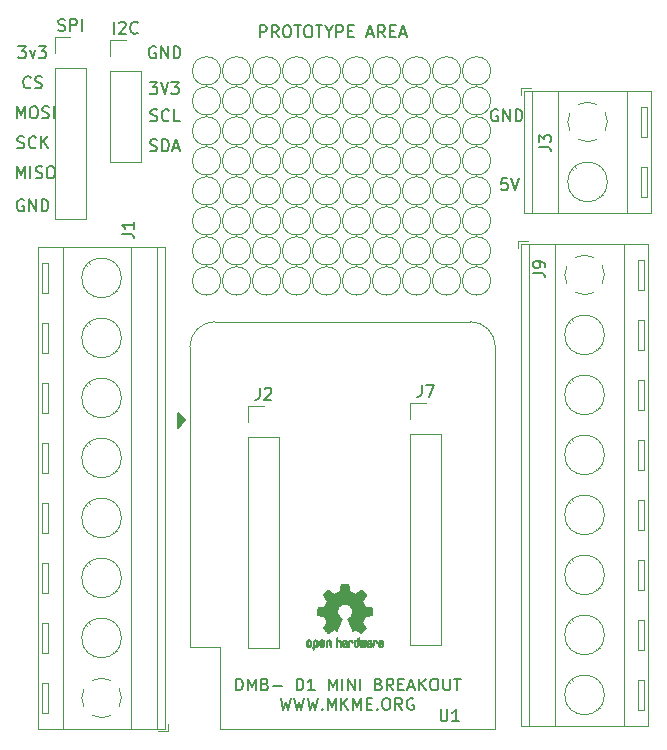
<source format=gbr>
%TF.GenerationSoftware,KiCad,Pcbnew,(5.1.6)-1*%
%TF.CreationDate,2021-02-04T11:12:43-05:00*%
%TF.ProjectId,DMB Wemos D1 Breakout,444d4220-5765-46d6-9f73-204431204272,rev?*%
%TF.SameCoordinates,Original*%
%TF.FileFunction,Legend,Top*%
%TF.FilePolarity,Positive*%
%FSLAX46Y46*%
G04 Gerber Fmt 4.6, Leading zero omitted, Abs format (unit mm)*
G04 Created by KiCad (PCBNEW (5.1.6)-1) date 2021-02-04 11:12:43*
%MOMM*%
%LPD*%
G01*
G04 APERTURE LIST*
%ADD10C,0.150000*%
%ADD11C,0.010000*%
%ADD12C,0.120000*%
G04 APERTURE END LIST*
D10*
X250507523Y-93686380D02*
X250031333Y-93686380D01*
X249983714Y-94162571D01*
X250031333Y-94114952D01*
X250126571Y-94067333D01*
X250364666Y-94067333D01*
X250459904Y-94114952D01*
X250507523Y-94162571D01*
X250555142Y-94257809D01*
X250555142Y-94495904D01*
X250507523Y-94591142D01*
X250459904Y-94638761D01*
X250364666Y-94686380D01*
X250126571Y-94686380D01*
X250031333Y-94638761D01*
X249983714Y-94591142D01*
X250840857Y-93686380D02*
X251174190Y-94686380D01*
X251507523Y-93686380D01*
X249682095Y-87892000D02*
X249586857Y-87844380D01*
X249444000Y-87844380D01*
X249301142Y-87892000D01*
X249205904Y-87987238D01*
X249158285Y-88082476D01*
X249110666Y-88272952D01*
X249110666Y-88415809D01*
X249158285Y-88606285D01*
X249205904Y-88701523D01*
X249301142Y-88796761D01*
X249444000Y-88844380D01*
X249539238Y-88844380D01*
X249682095Y-88796761D01*
X249729714Y-88749142D01*
X249729714Y-88415809D01*
X249539238Y-88415809D01*
X250158285Y-88844380D02*
X250158285Y-87844380D01*
X250729714Y-88844380D01*
X250729714Y-87844380D01*
X251205904Y-88844380D02*
X251205904Y-87844380D01*
X251444000Y-87844380D01*
X251586857Y-87892000D01*
X251682095Y-87987238D01*
X251729714Y-88082476D01*
X251777333Y-88272952D01*
X251777333Y-88415809D01*
X251729714Y-88606285D01*
X251682095Y-88701523D01*
X251586857Y-88796761D01*
X251444000Y-88844380D01*
X251205904Y-88844380D01*
X227529619Y-137041380D02*
X227529619Y-136041380D01*
X227767714Y-136041380D01*
X227910571Y-136089000D01*
X228005809Y-136184238D01*
X228053428Y-136279476D01*
X228101047Y-136469952D01*
X228101047Y-136612809D01*
X228053428Y-136803285D01*
X228005809Y-136898523D01*
X227910571Y-136993761D01*
X227767714Y-137041380D01*
X227529619Y-137041380D01*
X228529619Y-137041380D02*
X228529619Y-136041380D01*
X228862952Y-136755666D01*
X229196285Y-136041380D01*
X229196285Y-137041380D01*
X230005809Y-136517571D02*
X230148666Y-136565190D01*
X230196285Y-136612809D01*
X230243904Y-136708047D01*
X230243904Y-136850904D01*
X230196285Y-136946142D01*
X230148666Y-136993761D01*
X230053428Y-137041380D01*
X229672476Y-137041380D01*
X229672476Y-136041380D01*
X230005809Y-136041380D01*
X230101047Y-136089000D01*
X230148666Y-136136619D01*
X230196285Y-136231857D01*
X230196285Y-136327095D01*
X230148666Y-136422333D01*
X230101047Y-136469952D01*
X230005809Y-136517571D01*
X229672476Y-136517571D01*
X230672476Y-136660428D02*
X231434380Y-136660428D01*
X232672476Y-137041380D02*
X232672476Y-136041380D01*
X232910571Y-136041380D01*
X233053428Y-136089000D01*
X233148666Y-136184238D01*
X233196285Y-136279476D01*
X233243904Y-136469952D01*
X233243904Y-136612809D01*
X233196285Y-136803285D01*
X233148666Y-136898523D01*
X233053428Y-136993761D01*
X232910571Y-137041380D01*
X232672476Y-137041380D01*
X234196285Y-137041380D02*
X233624857Y-137041380D01*
X233910571Y-137041380D02*
X233910571Y-136041380D01*
X233815333Y-136184238D01*
X233720095Y-136279476D01*
X233624857Y-136327095D01*
X235386761Y-137041380D02*
X235386761Y-136041380D01*
X235720095Y-136755666D01*
X236053428Y-136041380D01*
X236053428Y-137041380D01*
X236529619Y-137041380D02*
X236529619Y-136041380D01*
X237005809Y-137041380D02*
X237005809Y-136041380D01*
X237577238Y-137041380D01*
X237577238Y-136041380D01*
X238053428Y-137041380D02*
X238053428Y-136041380D01*
X239624857Y-136517571D02*
X239767714Y-136565190D01*
X239815333Y-136612809D01*
X239862952Y-136708047D01*
X239862952Y-136850904D01*
X239815333Y-136946142D01*
X239767714Y-136993761D01*
X239672476Y-137041380D01*
X239291523Y-137041380D01*
X239291523Y-136041380D01*
X239624857Y-136041380D01*
X239720095Y-136089000D01*
X239767714Y-136136619D01*
X239815333Y-136231857D01*
X239815333Y-136327095D01*
X239767714Y-136422333D01*
X239720095Y-136469952D01*
X239624857Y-136517571D01*
X239291523Y-136517571D01*
X240862952Y-137041380D02*
X240529619Y-136565190D01*
X240291523Y-137041380D02*
X240291523Y-136041380D01*
X240672476Y-136041380D01*
X240767714Y-136089000D01*
X240815333Y-136136619D01*
X240862952Y-136231857D01*
X240862952Y-136374714D01*
X240815333Y-136469952D01*
X240767714Y-136517571D01*
X240672476Y-136565190D01*
X240291523Y-136565190D01*
X241291523Y-136517571D02*
X241624857Y-136517571D01*
X241767714Y-137041380D02*
X241291523Y-137041380D01*
X241291523Y-136041380D01*
X241767714Y-136041380D01*
X242148666Y-136755666D02*
X242624857Y-136755666D01*
X242053428Y-137041380D02*
X242386761Y-136041380D01*
X242720095Y-137041380D01*
X243053428Y-137041380D02*
X243053428Y-136041380D01*
X243624857Y-137041380D02*
X243196285Y-136469952D01*
X243624857Y-136041380D02*
X243053428Y-136612809D01*
X244243904Y-136041380D02*
X244434380Y-136041380D01*
X244529619Y-136089000D01*
X244624857Y-136184238D01*
X244672476Y-136374714D01*
X244672476Y-136708047D01*
X244624857Y-136898523D01*
X244529619Y-136993761D01*
X244434380Y-137041380D01*
X244243904Y-137041380D01*
X244148666Y-136993761D01*
X244053428Y-136898523D01*
X244005809Y-136708047D01*
X244005809Y-136374714D01*
X244053428Y-136184238D01*
X244148666Y-136089000D01*
X244243904Y-136041380D01*
X245101047Y-136041380D02*
X245101047Y-136850904D01*
X245148666Y-136946142D01*
X245196285Y-136993761D01*
X245291523Y-137041380D01*
X245482000Y-137041380D01*
X245577238Y-136993761D01*
X245624857Y-136946142D01*
X245672476Y-136850904D01*
X245672476Y-136041380D01*
X246005809Y-136041380D02*
X246577238Y-136041380D01*
X246291523Y-137041380D02*
X246291523Y-136041380D01*
X231315333Y-137691380D02*
X231553428Y-138691380D01*
X231743904Y-137977095D01*
X231934380Y-138691380D01*
X232172476Y-137691380D01*
X232458190Y-137691380D02*
X232696285Y-138691380D01*
X232886761Y-137977095D01*
X233077238Y-138691380D01*
X233315333Y-137691380D01*
X233601047Y-137691380D02*
X233839142Y-138691380D01*
X234029619Y-137977095D01*
X234220095Y-138691380D01*
X234458190Y-137691380D01*
X234839142Y-138596142D02*
X234886761Y-138643761D01*
X234839142Y-138691380D01*
X234791523Y-138643761D01*
X234839142Y-138596142D01*
X234839142Y-138691380D01*
X235315333Y-138691380D02*
X235315333Y-137691380D01*
X235648666Y-138405666D01*
X235982000Y-137691380D01*
X235982000Y-138691380D01*
X236458190Y-138691380D02*
X236458190Y-137691380D01*
X237029619Y-138691380D02*
X236601047Y-138119952D01*
X237029619Y-137691380D02*
X236458190Y-138262809D01*
X237458190Y-138691380D02*
X237458190Y-137691380D01*
X237791523Y-138405666D01*
X238124857Y-137691380D01*
X238124857Y-138691380D01*
X238601047Y-138167571D02*
X238934380Y-138167571D01*
X239077238Y-138691380D02*
X238601047Y-138691380D01*
X238601047Y-137691380D01*
X239077238Y-137691380D01*
X239505809Y-138596142D02*
X239553428Y-138643761D01*
X239505809Y-138691380D01*
X239458190Y-138643761D01*
X239505809Y-138596142D01*
X239505809Y-138691380D01*
X240172476Y-137691380D02*
X240362952Y-137691380D01*
X240458190Y-137739000D01*
X240553428Y-137834238D01*
X240601047Y-138024714D01*
X240601047Y-138358047D01*
X240553428Y-138548523D01*
X240458190Y-138643761D01*
X240362952Y-138691380D01*
X240172476Y-138691380D01*
X240077238Y-138643761D01*
X239982000Y-138548523D01*
X239934380Y-138358047D01*
X239934380Y-138024714D01*
X239982000Y-137834238D01*
X240077238Y-137739000D01*
X240172476Y-137691380D01*
X241601047Y-138691380D02*
X241267714Y-138215190D01*
X241029619Y-138691380D02*
X241029619Y-137691380D01*
X241410571Y-137691380D01*
X241505809Y-137739000D01*
X241553428Y-137786619D01*
X241601047Y-137881857D01*
X241601047Y-138024714D01*
X241553428Y-138119952D01*
X241505809Y-138167571D01*
X241410571Y-138215190D01*
X241029619Y-138215190D01*
X242553428Y-137739000D02*
X242458190Y-137691380D01*
X242315333Y-137691380D01*
X242172476Y-137739000D01*
X242077238Y-137834238D01*
X242029619Y-137929476D01*
X241982000Y-138119952D01*
X241982000Y-138262809D01*
X242029619Y-138453285D01*
X242077238Y-138548523D01*
X242172476Y-138643761D01*
X242315333Y-138691380D01*
X242410571Y-138691380D01*
X242553428Y-138643761D01*
X242601047Y-138596142D01*
X242601047Y-138262809D01*
X242410571Y-138262809D01*
X229569142Y-81732380D02*
X229569142Y-80732380D01*
X229950095Y-80732380D01*
X230045333Y-80780000D01*
X230092952Y-80827619D01*
X230140571Y-80922857D01*
X230140571Y-81065714D01*
X230092952Y-81160952D01*
X230045333Y-81208571D01*
X229950095Y-81256190D01*
X229569142Y-81256190D01*
X231140571Y-81732380D02*
X230807238Y-81256190D01*
X230569142Y-81732380D02*
X230569142Y-80732380D01*
X230950095Y-80732380D01*
X231045333Y-80780000D01*
X231092952Y-80827619D01*
X231140571Y-80922857D01*
X231140571Y-81065714D01*
X231092952Y-81160952D01*
X231045333Y-81208571D01*
X230950095Y-81256190D01*
X230569142Y-81256190D01*
X231759619Y-80732380D02*
X231950095Y-80732380D01*
X232045333Y-80780000D01*
X232140571Y-80875238D01*
X232188190Y-81065714D01*
X232188190Y-81399047D01*
X232140571Y-81589523D01*
X232045333Y-81684761D01*
X231950095Y-81732380D01*
X231759619Y-81732380D01*
X231664380Y-81684761D01*
X231569142Y-81589523D01*
X231521523Y-81399047D01*
X231521523Y-81065714D01*
X231569142Y-80875238D01*
X231664380Y-80780000D01*
X231759619Y-80732380D01*
X232473904Y-80732380D02*
X233045333Y-80732380D01*
X232759619Y-81732380D02*
X232759619Y-80732380D01*
X233569142Y-80732380D02*
X233759619Y-80732380D01*
X233854857Y-80780000D01*
X233950095Y-80875238D01*
X233997714Y-81065714D01*
X233997714Y-81399047D01*
X233950095Y-81589523D01*
X233854857Y-81684761D01*
X233759619Y-81732380D01*
X233569142Y-81732380D01*
X233473904Y-81684761D01*
X233378666Y-81589523D01*
X233331047Y-81399047D01*
X233331047Y-81065714D01*
X233378666Y-80875238D01*
X233473904Y-80780000D01*
X233569142Y-80732380D01*
X234283428Y-80732380D02*
X234854857Y-80732380D01*
X234569142Y-81732380D02*
X234569142Y-80732380D01*
X235378666Y-81256190D02*
X235378666Y-81732380D01*
X235045333Y-80732380D02*
X235378666Y-81256190D01*
X235712000Y-80732380D01*
X236045333Y-81732380D02*
X236045333Y-80732380D01*
X236426285Y-80732380D01*
X236521523Y-80780000D01*
X236569142Y-80827619D01*
X236616761Y-80922857D01*
X236616761Y-81065714D01*
X236569142Y-81160952D01*
X236521523Y-81208571D01*
X236426285Y-81256190D01*
X236045333Y-81256190D01*
X237045333Y-81208571D02*
X237378666Y-81208571D01*
X237521523Y-81732380D02*
X237045333Y-81732380D01*
X237045333Y-80732380D01*
X237521523Y-80732380D01*
X238664380Y-81446666D02*
X239140571Y-81446666D01*
X238569142Y-81732380D02*
X238902476Y-80732380D01*
X239235809Y-81732380D01*
X240140571Y-81732380D02*
X239807238Y-81256190D01*
X239569142Y-81732380D02*
X239569142Y-80732380D01*
X239950095Y-80732380D01*
X240045333Y-80780000D01*
X240092952Y-80827619D01*
X240140571Y-80922857D01*
X240140571Y-81065714D01*
X240092952Y-81160952D01*
X240045333Y-81208571D01*
X239950095Y-81256190D01*
X239569142Y-81256190D01*
X240569142Y-81208571D02*
X240902476Y-81208571D01*
X241045333Y-81732380D02*
X240569142Y-81732380D01*
X240569142Y-80732380D01*
X241045333Y-80732380D01*
X241426285Y-81446666D02*
X241902476Y-81446666D01*
X241331047Y-81732380D02*
X241664380Y-80732380D01*
X241997714Y-81732380D01*
X209550095Y-95512000D02*
X209454857Y-95464380D01*
X209312000Y-95464380D01*
X209169142Y-95512000D01*
X209073904Y-95607238D01*
X209026285Y-95702476D01*
X208978666Y-95892952D01*
X208978666Y-96035809D01*
X209026285Y-96226285D01*
X209073904Y-96321523D01*
X209169142Y-96416761D01*
X209312000Y-96464380D01*
X209407238Y-96464380D01*
X209550095Y-96416761D01*
X209597714Y-96369142D01*
X209597714Y-96035809D01*
X209407238Y-96035809D01*
X210026285Y-96464380D02*
X210026285Y-95464380D01*
X210597714Y-96464380D01*
X210597714Y-95464380D01*
X211073904Y-96464380D02*
X211073904Y-95464380D01*
X211312000Y-95464380D01*
X211454857Y-95512000D01*
X211550095Y-95607238D01*
X211597714Y-95702476D01*
X211645333Y-95892952D01*
X211645333Y-96035809D01*
X211597714Y-96226285D01*
X211550095Y-96321523D01*
X211454857Y-96416761D01*
X211312000Y-96464380D01*
X211073904Y-96464380D01*
X208994571Y-93670380D02*
X208994571Y-92670380D01*
X209327904Y-93384666D01*
X209661238Y-92670380D01*
X209661238Y-93670380D01*
X210137428Y-93670380D02*
X210137428Y-92670380D01*
X210566000Y-93622761D02*
X210708857Y-93670380D01*
X210946952Y-93670380D01*
X211042190Y-93622761D01*
X211089809Y-93575142D01*
X211137428Y-93479904D01*
X211137428Y-93384666D01*
X211089809Y-93289428D01*
X211042190Y-93241809D01*
X210946952Y-93194190D01*
X210756476Y-93146571D01*
X210661238Y-93098952D01*
X210613619Y-93051333D01*
X210566000Y-92956095D01*
X210566000Y-92860857D01*
X210613619Y-92765619D01*
X210661238Y-92718000D01*
X210756476Y-92670380D01*
X210994571Y-92670380D01*
X211137428Y-92718000D01*
X211756476Y-92670380D02*
X211946952Y-92670380D01*
X212042190Y-92718000D01*
X212137428Y-92813238D01*
X212185047Y-93003714D01*
X212185047Y-93337047D01*
X212137428Y-93527523D01*
X212042190Y-93622761D01*
X211946952Y-93670380D01*
X211756476Y-93670380D01*
X211661238Y-93622761D01*
X211566000Y-93527523D01*
X211518380Y-93337047D01*
X211518380Y-93003714D01*
X211566000Y-92813238D01*
X211661238Y-92718000D01*
X211756476Y-92670380D01*
X209026285Y-91082761D02*
X209169142Y-91130380D01*
X209407238Y-91130380D01*
X209502476Y-91082761D01*
X209550095Y-91035142D01*
X209597714Y-90939904D01*
X209597714Y-90844666D01*
X209550095Y-90749428D01*
X209502476Y-90701809D01*
X209407238Y-90654190D01*
X209216761Y-90606571D01*
X209121523Y-90558952D01*
X209073904Y-90511333D01*
X209026285Y-90416095D01*
X209026285Y-90320857D01*
X209073904Y-90225619D01*
X209121523Y-90178000D01*
X209216761Y-90130380D01*
X209454857Y-90130380D01*
X209597714Y-90178000D01*
X210597714Y-91035142D02*
X210550095Y-91082761D01*
X210407238Y-91130380D01*
X210312000Y-91130380D01*
X210169142Y-91082761D01*
X210073904Y-90987523D01*
X210026285Y-90892285D01*
X209978666Y-90701809D01*
X209978666Y-90558952D01*
X210026285Y-90368476D01*
X210073904Y-90273238D01*
X210169142Y-90178000D01*
X210312000Y-90130380D01*
X210407238Y-90130380D01*
X210550095Y-90178000D01*
X210597714Y-90225619D01*
X211026285Y-91130380D02*
X211026285Y-90130380D01*
X211597714Y-91130380D02*
X211169142Y-90558952D01*
X211597714Y-90130380D02*
X211026285Y-90701809D01*
X208994571Y-88590380D02*
X208994571Y-87590380D01*
X209327904Y-88304666D01*
X209661238Y-87590380D01*
X209661238Y-88590380D01*
X210327904Y-87590380D02*
X210518380Y-87590380D01*
X210613619Y-87638000D01*
X210708857Y-87733238D01*
X210756476Y-87923714D01*
X210756476Y-88257047D01*
X210708857Y-88447523D01*
X210613619Y-88542761D01*
X210518380Y-88590380D01*
X210327904Y-88590380D01*
X210232666Y-88542761D01*
X210137428Y-88447523D01*
X210089809Y-88257047D01*
X210089809Y-87923714D01*
X210137428Y-87733238D01*
X210232666Y-87638000D01*
X210327904Y-87590380D01*
X211137428Y-88542761D02*
X211280285Y-88590380D01*
X211518380Y-88590380D01*
X211613619Y-88542761D01*
X211661238Y-88495142D01*
X211708857Y-88399904D01*
X211708857Y-88304666D01*
X211661238Y-88209428D01*
X211613619Y-88161809D01*
X211518380Y-88114190D01*
X211327904Y-88066571D01*
X211232666Y-88018952D01*
X211185047Y-87971333D01*
X211137428Y-87876095D01*
X211137428Y-87780857D01*
X211185047Y-87685619D01*
X211232666Y-87638000D01*
X211327904Y-87590380D01*
X211566000Y-87590380D01*
X211708857Y-87638000D01*
X212137428Y-88590380D02*
X212137428Y-87590380D01*
X210145333Y-85955142D02*
X210097714Y-86002761D01*
X209954857Y-86050380D01*
X209859619Y-86050380D01*
X209716761Y-86002761D01*
X209621523Y-85907523D01*
X209573904Y-85812285D01*
X209526285Y-85621809D01*
X209526285Y-85478952D01*
X209573904Y-85288476D01*
X209621523Y-85193238D01*
X209716761Y-85098000D01*
X209859619Y-85050380D01*
X209954857Y-85050380D01*
X210097714Y-85098000D01*
X210145333Y-85145619D01*
X210526285Y-86002761D02*
X210669142Y-86050380D01*
X210907238Y-86050380D01*
X211002476Y-86002761D01*
X211050095Y-85955142D01*
X211097714Y-85859904D01*
X211097714Y-85764666D01*
X211050095Y-85669428D01*
X211002476Y-85621809D01*
X210907238Y-85574190D01*
X210716761Y-85526571D01*
X210621523Y-85478952D01*
X210573904Y-85431333D01*
X210526285Y-85336095D01*
X210526285Y-85240857D01*
X210573904Y-85145619D01*
X210621523Y-85098000D01*
X210716761Y-85050380D01*
X210954857Y-85050380D01*
X211097714Y-85098000D01*
X209121523Y-82510380D02*
X209740571Y-82510380D01*
X209407238Y-82891333D01*
X209550095Y-82891333D01*
X209645333Y-82938952D01*
X209692952Y-82986571D01*
X209740571Y-83081809D01*
X209740571Y-83319904D01*
X209692952Y-83415142D01*
X209645333Y-83462761D01*
X209550095Y-83510380D01*
X209264380Y-83510380D01*
X209169142Y-83462761D01*
X209121523Y-83415142D01*
X210073904Y-82843714D02*
X210312000Y-83510380D01*
X210550095Y-82843714D01*
X210835809Y-82510380D02*
X211454857Y-82510380D01*
X211121523Y-82891333D01*
X211264380Y-82891333D01*
X211359619Y-82938952D01*
X211407238Y-82986571D01*
X211454857Y-83081809D01*
X211454857Y-83319904D01*
X211407238Y-83415142D01*
X211359619Y-83462761D01*
X211264380Y-83510380D01*
X210978666Y-83510380D01*
X210883428Y-83462761D01*
X210835809Y-83415142D01*
X220273714Y-91336761D02*
X220416571Y-91384380D01*
X220654666Y-91384380D01*
X220749904Y-91336761D01*
X220797523Y-91289142D01*
X220845142Y-91193904D01*
X220845142Y-91098666D01*
X220797523Y-91003428D01*
X220749904Y-90955809D01*
X220654666Y-90908190D01*
X220464190Y-90860571D01*
X220368952Y-90812952D01*
X220321333Y-90765333D01*
X220273714Y-90670095D01*
X220273714Y-90574857D01*
X220321333Y-90479619D01*
X220368952Y-90432000D01*
X220464190Y-90384380D01*
X220702285Y-90384380D01*
X220845142Y-90432000D01*
X221273714Y-91384380D02*
X221273714Y-90384380D01*
X221511809Y-90384380D01*
X221654666Y-90432000D01*
X221749904Y-90527238D01*
X221797523Y-90622476D01*
X221845142Y-90812952D01*
X221845142Y-90955809D01*
X221797523Y-91146285D01*
X221749904Y-91241523D01*
X221654666Y-91336761D01*
X221511809Y-91384380D01*
X221273714Y-91384380D01*
X222226095Y-91098666D02*
X222702285Y-91098666D01*
X222130857Y-91384380D02*
X222464190Y-90384380D01*
X222797523Y-91384380D01*
X220297523Y-88796761D02*
X220440380Y-88844380D01*
X220678476Y-88844380D01*
X220773714Y-88796761D01*
X220821333Y-88749142D01*
X220868952Y-88653904D01*
X220868952Y-88558666D01*
X220821333Y-88463428D01*
X220773714Y-88415809D01*
X220678476Y-88368190D01*
X220488000Y-88320571D01*
X220392761Y-88272952D01*
X220345142Y-88225333D01*
X220297523Y-88130095D01*
X220297523Y-88034857D01*
X220345142Y-87939619D01*
X220392761Y-87892000D01*
X220488000Y-87844380D01*
X220726095Y-87844380D01*
X220868952Y-87892000D01*
X221868952Y-88749142D02*
X221821333Y-88796761D01*
X221678476Y-88844380D01*
X221583238Y-88844380D01*
X221440380Y-88796761D01*
X221345142Y-88701523D01*
X221297523Y-88606285D01*
X221249904Y-88415809D01*
X221249904Y-88272952D01*
X221297523Y-88082476D01*
X221345142Y-87987238D01*
X221440380Y-87892000D01*
X221583238Y-87844380D01*
X221678476Y-87844380D01*
X221821333Y-87892000D01*
X221868952Y-87939619D01*
X222773714Y-88844380D02*
X222297523Y-88844380D01*
X222297523Y-87844380D01*
X220249904Y-85558380D02*
X220868952Y-85558380D01*
X220535619Y-85939333D01*
X220678476Y-85939333D01*
X220773714Y-85986952D01*
X220821333Y-86034571D01*
X220868952Y-86129809D01*
X220868952Y-86367904D01*
X220821333Y-86463142D01*
X220773714Y-86510761D01*
X220678476Y-86558380D01*
X220392761Y-86558380D01*
X220297523Y-86510761D01*
X220249904Y-86463142D01*
X221154666Y-85558380D02*
X221488000Y-86558380D01*
X221821333Y-85558380D01*
X222059428Y-85558380D02*
X222678476Y-85558380D01*
X222345142Y-85939333D01*
X222488000Y-85939333D01*
X222583238Y-85986952D01*
X222630857Y-86034571D01*
X222678476Y-86129809D01*
X222678476Y-86367904D01*
X222630857Y-86463142D01*
X222583238Y-86510761D01*
X222488000Y-86558380D01*
X222202285Y-86558380D01*
X222107047Y-86510761D01*
X222059428Y-86463142D01*
X220726095Y-82558000D02*
X220630857Y-82510380D01*
X220488000Y-82510380D01*
X220345142Y-82558000D01*
X220249904Y-82653238D01*
X220202285Y-82748476D01*
X220154666Y-82938952D01*
X220154666Y-83081809D01*
X220202285Y-83272285D01*
X220249904Y-83367523D01*
X220345142Y-83462761D01*
X220488000Y-83510380D01*
X220583238Y-83510380D01*
X220726095Y-83462761D01*
X220773714Y-83415142D01*
X220773714Y-83081809D01*
X220583238Y-83081809D01*
X221202285Y-83510380D02*
X221202285Y-82510380D01*
X221773714Y-83510380D01*
X221773714Y-82510380D01*
X222249904Y-83510380D02*
X222249904Y-82510380D01*
X222488000Y-82510380D01*
X222630857Y-82558000D01*
X222726095Y-82653238D01*
X222773714Y-82748476D01*
X222821333Y-82938952D01*
X222821333Y-83081809D01*
X222773714Y-83272285D01*
X222726095Y-83367523D01*
X222630857Y-83462761D01*
X222488000Y-83510380D01*
X222249904Y-83510380D01*
D11*
%TO.C,REF\u002A\u002A*%
G36*
X236831910Y-128052348D02*
G01*
X236910454Y-128052778D01*
X236967298Y-128053942D01*
X237006105Y-128056207D01*
X237030538Y-128059940D01*
X237044262Y-128065506D01*
X237050940Y-128073273D01*
X237054236Y-128083605D01*
X237054556Y-128084943D01*
X237059562Y-128109079D01*
X237068829Y-128156701D01*
X237081392Y-128222741D01*
X237096287Y-128302128D01*
X237112551Y-128389796D01*
X237113119Y-128392875D01*
X237129410Y-128478789D01*
X237144652Y-128554696D01*
X237157861Y-128616045D01*
X237168054Y-128658282D01*
X237174248Y-128676855D01*
X237174543Y-128677184D01*
X237192788Y-128686253D01*
X237230405Y-128701367D01*
X237279271Y-128719262D01*
X237279543Y-128719358D01*
X237341093Y-128742493D01*
X237413657Y-128771965D01*
X237482057Y-128801597D01*
X237485294Y-128803062D01*
X237596702Y-128853626D01*
X237843399Y-128685160D01*
X237919077Y-128633803D01*
X237987631Y-128587889D01*
X238045088Y-128550030D01*
X238087476Y-128522837D01*
X238110825Y-128508921D01*
X238113042Y-128507889D01*
X238130010Y-128512484D01*
X238161701Y-128534655D01*
X238209352Y-128575447D01*
X238274198Y-128635905D01*
X238340397Y-128700227D01*
X238404214Y-128763612D01*
X238461329Y-128821451D01*
X238508305Y-128870175D01*
X238541703Y-128906210D01*
X238558085Y-128925984D01*
X238558694Y-128927002D01*
X238560505Y-128940572D01*
X238553683Y-128962733D01*
X238536540Y-128996478D01*
X238507393Y-129044800D01*
X238464555Y-129110692D01*
X238407448Y-129195517D01*
X238356766Y-129270177D01*
X238311461Y-129337140D01*
X238274150Y-129392516D01*
X238247452Y-129432420D01*
X238233985Y-129452962D01*
X238233137Y-129454356D01*
X238234781Y-129474038D01*
X238247245Y-129512293D01*
X238268048Y-129561889D01*
X238275462Y-129577728D01*
X238307814Y-129648290D01*
X238342328Y-129728353D01*
X238370365Y-129797629D01*
X238390568Y-129849045D01*
X238406615Y-129888119D01*
X238415888Y-129908541D01*
X238417041Y-129910114D01*
X238434096Y-129912721D01*
X238474298Y-129919863D01*
X238532302Y-129930523D01*
X238602763Y-129943685D01*
X238680335Y-129958333D01*
X238759672Y-129973449D01*
X238835431Y-129988018D01*
X238902264Y-130001022D01*
X238954828Y-130011445D01*
X238987776Y-130018270D01*
X238995857Y-130020199D01*
X239004205Y-130024962D01*
X239010506Y-130035718D01*
X239015045Y-130056098D01*
X239018104Y-130089734D01*
X239019967Y-130140255D01*
X239020918Y-130211292D01*
X239021240Y-130306476D01*
X239021257Y-130345492D01*
X239021257Y-130662799D01*
X238945057Y-130677839D01*
X238902663Y-130685995D01*
X238839400Y-130697899D01*
X238762962Y-130712116D01*
X238681043Y-130727210D01*
X238658400Y-130731355D01*
X238582806Y-130746053D01*
X238516953Y-130760505D01*
X238466366Y-130773375D01*
X238436574Y-130783322D01*
X238431612Y-130786287D01*
X238419426Y-130807283D01*
X238401953Y-130847967D01*
X238382577Y-130900322D01*
X238378734Y-130911600D01*
X238353339Y-130981523D01*
X238321817Y-131060418D01*
X238290969Y-131131266D01*
X238290817Y-131131595D01*
X238239447Y-131242733D01*
X238408399Y-131491253D01*
X238577352Y-131739772D01*
X238360429Y-131957058D01*
X238294819Y-132021726D01*
X238234979Y-132078733D01*
X238184267Y-132125033D01*
X238146046Y-132157584D01*
X238123675Y-132173343D01*
X238120466Y-132174343D01*
X238101626Y-132166469D01*
X238063180Y-132144578D01*
X238009330Y-132111267D01*
X237944276Y-132069131D01*
X237873940Y-132021943D01*
X237802555Y-131973810D01*
X237738908Y-131931928D01*
X237687041Y-131898871D01*
X237650995Y-131877218D01*
X237634867Y-131869543D01*
X237615189Y-131876037D01*
X237577875Y-131893150D01*
X237530621Y-131917326D01*
X237525612Y-131920013D01*
X237461977Y-131951927D01*
X237418341Y-131967579D01*
X237391202Y-131967745D01*
X237377057Y-131953204D01*
X237376975Y-131953000D01*
X237369905Y-131935779D01*
X237353042Y-131894899D01*
X237327695Y-131833525D01*
X237295171Y-131754819D01*
X237256778Y-131661947D01*
X237213822Y-131558072D01*
X237172222Y-131457502D01*
X237126504Y-131346516D01*
X237084526Y-131243703D01*
X237047548Y-131152215D01*
X237016827Y-131075201D01*
X236993622Y-131015815D01*
X236979190Y-130977209D01*
X236974743Y-130962800D01*
X236985896Y-130946272D01*
X237015069Y-130919930D01*
X237053971Y-130890887D01*
X237164757Y-130799039D01*
X237251351Y-130693759D01*
X237312716Y-130577266D01*
X237347815Y-130451776D01*
X237355608Y-130319507D01*
X237349943Y-130258457D01*
X237319078Y-130131795D01*
X237265920Y-130019941D01*
X237193767Y-129924001D01*
X237105917Y-129845076D01*
X237005665Y-129784270D01*
X236896310Y-129742687D01*
X236781147Y-129721428D01*
X236663475Y-129721599D01*
X236546590Y-129744301D01*
X236433789Y-129790638D01*
X236328369Y-129861713D01*
X236284368Y-129901911D01*
X236199979Y-130005129D01*
X236141222Y-130117925D01*
X236107704Y-130237010D01*
X236099035Y-130359095D01*
X236114823Y-130480893D01*
X236154678Y-130599116D01*
X236218207Y-130710475D01*
X236305021Y-130811684D01*
X236402029Y-130890887D01*
X236442437Y-130921162D01*
X236470982Y-130947219D01*
X236481257Y-130962825D01*
X236475877Y-130979843D01*
X236460575Y-131020500D01*
X236436612Y-131081642D01*
X236405244Y-131160119D01*
X236367732Y-131252780D01*
X236325333Y-131356472D01*
X236283663Y-131457526D01*
X236237690Y-131568607D01*
X236195107Y-131671541D01*
X236157221Y-131763165D01*
X236125340Y-131840316D01*
X236100771Y-131899831D01*
X236084820Y-131938544D01*
X236078910Y-131953000D01*
X236064948Y-131967685D01*
X236037940Y-131967642D01*
X235994413Y-131952099D01*
X235930890Y-131920284D01*
X235930388Y-131920013D01*
X235882560Y-131895323D01*
X235843897Y-131877338D01*
X235822095Y-131869614D01*
X235821133Y-131869543D01*
X235804721Y-131877378D01*
X235768487Y-131899165D01*
X235716474Y-131932328D01*
X235652725Y-131974291D01*
X235582060Y-132021943D01*
X235510116Y-132070191D01*
X235445274Y-132112151D01*
X235391735Y-132145227D01*
X235353697Y-132166821D01*
X235335533Y-132174343D01*
X235318808Y-132164457D01*
X235285180Y-132136826D01*
X235238010Y-132094495D01*
X235180658Y-132040505D01*
X235116484Y-131977899D01*
X235095497Y-131956983D01*
X234878499Y-131739623D01*
X235043668Y-131497220D01*
X235093864Y-131422781D01*
X235137919Y-131355972D01*
X235173362Y-131300665D01*
X235197719Y-131260729D01*
X235208522Y-131240036D01*
X235208838Y-131238563D01*
X235203143Y-131219058D01*
X235187826Y-131179822D01*
X235165537Y-131127430D01*
X235149893Y-131092355D01*
X235120641Y-131025201D01*
X235093094Y-130957358D01*
X235071737Y-130900034D01*
X235065935Y-130882572D01*
X235049452Y-130835938D01*
X235033340Y-130799905D01*
X235024490Y-130786287D01*
X235004960Y-130777952D01*
X234962334Y-130766137D01*
X234902145Y-130752181D01*
X234829922Y-130737422D01*
X234797600Y-130731355D01*
X234715522Y-130716273D01*
X234636795Y-130701669D01*
X234569109Y-130688980D01*
X234520160Y-130679642D01*
X234510943Y-130677839D01*
X234434743Y-130662799D01*
X234434743Y-130345492D01*
X234434914Y-130241154D01*
X234435616Y-130162213D01*
X234437134Y-130105038D01*
X234439749Y-130065999D01*
X234443746Y-130041465D01*
X234449409Y-130027805D01*
X234457020Y-130021389D01*
X234460143Y-130020199D01*
X234478978Y-130015980D01*
X234520588Y-130007562D01*
X234579630Y-129995961D01*
X234650757Y-129982195D01*
X234728625Y-129967280D01*
X234807887Y-129952232D01*
X234883198Y-129938069D01*
X234949213Y-129925806D01*
X235000587Y-129916461D01*
X235031975Y-129911050D01*
X235038959Y-129910114D01*
X235045285Y-129897596D01*
X235059290Y-129864246D01*
X235078355Y-129816377D01*
X235085634Y-129797629D01*
X235114996Y-129725195D01*
X235149571Y-129645170D01*
X235180537Y-129577728D01*
X235203323Y-129526159D01*
X235218482Y-129483785D01*
X235223542Y-129457834D01*
X235222736Y-129454356D01*
X235212041Y-129437936D01*
X235187620Y-129401417D01*
X235152095Y-129348687D01*
X235108087Y-129283635D01*
X235058217Y-129210151D01*
X235048356Y-129195645D01*
X234990492Y-129109704D01*
X234947956Y-129044261D01*
X234919054Y-128996304D01*
X234902090Y-128962820D01*
X234895367Y-128940795D01*
X234897190Y-128927217D01*
X234897236Y-128927131D01*
X234911586Y-128909297D01*
X234943323Y-128874817D01*
X234989010Y-128827268D01*
X235045204Y-128770222D01*
X235108468Y-128707255D01*
X235115602Y-128700227D01*
X235195330Y-128623020D01*
X235256857Y-128566330D01*
X235301421Y-128529110D01*
X235330257Y-128510315D01*
X235342958Y-128507889D01*
X235361494Y-128518471D01*
X235399961Y-128542916D01*
X235454386Y-128578612D01*
X235520798Y-128622947D01*
X235595225Y-128673311D01*
X235612601Y-128685160D01*
X235859297Y-128853626D01*
X235970706Y-128803062D01*
X236038457Y-128773595D01*
X236111183Y-128743959D01*
X236173703Y-128720330D01*
X236176457Y-128719358D01*
X236225360Y-128701457D01*
X236263057Y-128686320D01*
X236281425Y-128677210D01*
X236281456Y-128677184D01*
X236287285Y-128660717D01*
X236297192Y-128620219D01*
X236310195Y-128560242D01*
X236325309Y-128485340D01*
X236341552Y-128400064D01*
X236342881Y-128392875D01*
X236359175Y-128305014D01*
X236374133Y-128225260D01*
X236386791Y-128158681D01*
X236396186Y-128110347D01*
X236401354Y-128085325D01*
X236401444Y-128084943D01*
X236404589Y-128074299D01*
X236410704Y-128066262D01*
X236423453Y-128060467D01*
X236446500Y-128056547D01*
X236483509Y-128054135D01*
X236538144Y-128052865D01*
X236614067Y-128052371D01*
X236714944Y-128052286D01*
X236728000Y-128052286D01*
X236831910Y-128052348D01*
G37*
X236831910Y-128052348D02*
X236910454Y-128052778D01*
X236967298Y-128053942D01*
X237006105Y-128056207D01*
X237030538Y-128059940D01*
X237044262Y-128065506D01*
X237050940Y-128073273D01*
X237054236Y-128083605D01*
X237054556Y-128084943D01*
X237059562Y-128109079D01*
X237068829Y-128156701D01*
X237081392Y-128222741D01*
X237096287Y-128302128D01*
X237112551Y-128389796D01*
X237113119Y-128392875D01*
X237129410Y-128478789D01*
X237144652Y-128554696D01*
X237157861Y-128616045D01*
X237168054Y-128658282D01*
X237174248Y-128676855D01*
X237174543Y-128677184D01*
X237192788Y-128686253D01*
X237230405Y-128701367D01*
X237279271Y-128719262D01*
X237279543Y-128719358D01*
X237341093Y-128742493D01*
X237413657Y-128771965D01*
X237482057Y-128801597D01*
X237485294Y-128803062D01*
X237596702Y-128853626D01*
X237843399Y-128685160D01*
X237919077Y-128633803D01*
X237987631Y-128587889D01*
X238045088Y-128550030D01*
X238087476Y-128522837D01*
X238110825Y-128508921D01*
X238113042Y-128507889D01*
X238130010Y-128512484D01*
X238161701Y-128534655D01*
X238209352Y-128575447D01*
X238274198Y-128635905D01*
X238340397Y-128700227D01*
X238404214Y-128763612D01*
X238461329Y-128821451D01*
X238508305Y-128870175D01*
X238541703Y-128906210D01*
X238558085Y-128925984D01*
X238558694Y-128927002D01*
X238560505Y-128940572D01*
X238553683Y-128962733D01*
X238536540Y-128996478D01*
X238507393Y-129044800D01*
X238464555Y-129110692D01*
X238407448Y-129195517D01*
X238356766Y-129270177D01*
X238311461Y-129337140D01*
X238274150Y-129392516D01*
X238247452Y-129432420D01*
X238233985Y-129452962D01*
X238233137Y-129454356D01*
X238234781Y-129474038D01*
X238247245Y-129512293D01*
X238268048Y-129561889D01*
X238275462Y-129577728D01*
X238307814Y-129648290D01*
X238342328Y-129728353D01*
X238370365Y-129797629D01*
X238390568Y-129849045D01*
X238406615Y-129888119D01*
X238415888Y-129908541D01*
X238417041Y-129910114D01*
X238434096Y-129912721D01*
X238474298Y-129919863D01*
X238532302Y-129930523D01*
X238602763Y-129943685D01*
X238680335Y-129958333D01*
X238759672Y-129973449D01*
X238835431Y-129988018D01*
X238902264Y-130001022D01*
X238954828Y-130011445D01*
X238987776Y-130018270D01*
X238995857Y-130020199D01*
X239004205Y-130024962D01*
X239010506Y-130035718D01*
X239015045Y-130056098D01*
X239018104Y-130089734D01*
X239019967Y-130140255D01*
X239020918Y-130211292D01*
X239021240Y-130306476D01*
X239021257Y-130345492D01*
X239021257Y-130662799D01*
X238945057Y-130677839D01*
X238902663Y-130685995D01*
X238839400Y-130697899D01*
X238762962Y-130712116D01*
X238681043Y-130727210D01*
X238658400Y-130731355D01*
X238582806Y-130746053D01*
X238516953Y-130760505D01*
X238466366Y-130773375D01*
X238436574Y-130783322D01*
X238431612Y-130786287D01*
X238419426Y-130807283D01*
X238401953Y-130847967D01*
X238382577Y-130900322D01*
X238378734Y-130911600D01*
X238353339Y-130981523D01*
X238321817Y-131060418D01*
X238290969Y-131131266D01*
X238290817Y-131131595D01*
X238239447Y-131242733D01*
X238408399Y-131491253D01*
X238577352Y-131739772D01*
X238360429Y-131957058D01*
X238294819Y-132021726D01*
X238234979Y-132078733D01*
X238184267Y-132125033D01*
X238146046Y-132157584D01*
X238123675Y-132173343D01*
X238120466Y-132174343D01*
X238101626Y-132166469D01*
X238063180Y-132144578D01*
X238009330Y-132111267D01*
X237944276Y-132069131D01*
X237873940Y-132021943D01*
X237802555Y-131973810D01*
X237738908Y-131931928D01*
X237687041Y-131898871D01*
X237650995Y-131877218D01*
X237634867Y-131869543D01*
X237615189Y-131876037D01*
X237577875Y-131893150D01*
X237530621Y-131917326D01*
X237525612Y-131920013D01*
X237461977Y-131951927D01*
X237418341Y-131967579D01*
X237391202Y-131967745D01*
X237377057Y-131953204D01*
X237376975Y-131953000D01*
X237369905Y-131935779D01*
X237353042Y-131894899D01*
X237327695Y-131833525D01*
X237295171Y-131754819D01*
X237256778Y-131661947D01*
X237213822Y-131558072D01*
X237172222Y-131457502D01*
X237126504Y-131346516D01*
X237084526Y-131243703D01*
X237047548Y-131152215D01*
X237016827Y-131075201D01*
X236993622Y-131015815D01*
X236979190Y-130977209D01*
X236974743Y-130962800D01*
X236985896Y-130946272D01*
X237015069Y-130919930D01*
X237053971Y-130890887D01*
X237164757Y-130799039D01*
X237251351Y-130693759D01*
X237312716Y-130577266D01*
X237347815Y-130451776D01*
X237355608Y-130319507D01*
X237349943Y-130258457D01*
X237319078Y-130131795D01*
X237265920Y-130019941D01*
X237193767Y-129924001D01*
X237105917Y-129845076D01*
X237005665Y-129784270D01*
X236896310Y-129742687D01*
X236781147Y-129721428D01*
X236663475Y-129721599D01*
X236546590Y-129744301D01*
X236433789Y-129790638D01*
X236328369Y-129861713D01*
X236284368Y-129901911D01*
X236199979Y-130005129D01*
X236141222Y-130117925D01*
X236107704Y-130237010D01*
X236099035Y-130359095D01*
X236114823Y-130480893D01*
X236154678Y-130599116D01*
X236218207Y-130710475D01*
X236305021Y-130811684D01*
X236402029Y-130890887D01*
X236442437Y-130921162D01*
X236470982Y-130947219D01*
X236481257Y-130962825D01*
X236475877Y-130979843D01*
X236460575Y-131020500D01*
X236436612Y-131081642D01*
X236405244Y-131160119D01*
X236367732Y-131252780D01*
X236325333Y-131356472D01*
X236283663Y-131457526D01*
X236237690Y-131568607D01*
X236195107Y-131671541D01*
X236157221Y-131763165D01*
X236125340Y-131840316D01*
X236100771Y-131899831D01*
X236084820Y-131938544D01*
X236078910Y-131953000D01*
X236064948Y-131967685D01*
X236037940Y-131967642D01*
X235994413Y-131952099D01*
X235930890Y-131920284D01*
X235930388Y-131920013D01*
X235882560Y-131895323D01*
X235843897Y-131877338D01*
X235822095Y-131869614D01*
X235821133Y-131869543D01*
X235804721Y-131877378D01*
X235768487Y-131899165D01*
X235716474Y-131932328D01*
X235652725Y-131974291D01*
X235582060Y-132021943D01*
X235510116Y-132070191D01*
X235445274Y-132112151D01*
X235391735Y-132145227D01*
X235353697Y-132166821D01*
X235335533Y-132174343D01*
X235318808Y-132164457D01*
X235285180Y-132136826D01*
X235238010Y-132094495D01*
X235180658Y-132040505D01*
X235116484Y-131977899D01*
X235095497Y-131956983D01*
X234878499Y-131739623D01*
X235043668Y-131497220D01*
X235093864Y-131422781D01*
X235137919Y-131355972D01*
X235173362Y-131300665D01*
X235197719Y-131260729D01*
X235208522Y-131240036D01*
X235208838Y-131238563D01*
X235203143Y-131219058D01*
X235187826Y-131179822D01*
X235165537Y-131127430D01*
X235149893Y-131092355D01*
X235120641Y-131025201D01*
X235093094Y-130957358D01*
X235071737Y-130900034D01*
X235065935Y-130882572D01*
X235049452Y-130835938D01*
X235033340Y-130799905D01*
X235024490Y-130786287D01*
X235004960Y-130777952D01*
X234962334Y-130766137D01*
X234902145Y-130752181D01*
X234829922Y-130737422D01*
X234797600Y-130731355D01*
X234715522Y-130716273D01*
X234636795Y-130701669D01*
X234569109Y-130688980D01*
X234520160Y-130679642D01*
X234510943Y-130677839D01*
X234434743Y-130662799D01*
X234434743Y-130345492D01*
X234434914Y-130241154D01*
X234435616Y-130162213D01*
X234437134Y-130105038D01*
X234439749Y-130065999D01*
X234443746Y-130041465D01*
X234449409Y-130027805D01*
X234457020Y-130021389D01*
X234460143Y-130020199D01*
X234478978Y-130015980D01*
X234520588Y-130007562D01*
X234579630Y-129995961D01*
X234650757Y-129982195D01*
X234728625Y-129967280D01*
X234807887Y-129952232D01*
X234883198Y-129938069D01*
X234949213Y-129925806D01*
X235000587Y-129916461D01*
X235031975Y-129911050D01*
X235038959Y-129910114D01*
X235045285Y-129897596D01*
X235059290Y-129864246D01*
X235078355Y-129816377D01*
X235085634Y-129797629D01*
X235114996Y-129725195D01*
X235149571Y-129645170D01*
X235180537Y-129577728D01*
X235203323Y-129526159D01*
X235218482Y-129483785D01*
X235223542Y-129457834D01*
X235222736Y-129454356D01*
X235212041Y-129437936D01*
X235187620Y-129401417D01*
X235152095Y-129348687D01*
X235108087Y-129283635D01*
X235058217Y-129210151D01*
X235048356Y-129195645D01*
X234990492Y-129109704D01*
X234947956Y-129044261D01*
X234919054Y-128996304D01*
X234902090Y-128962820D01*
X234895367Y-128940795D01*
X234897190Y-128927217D01*
X234897236Y-128927131D01*
X234911586Y-128909297D01*
X234943323Y-128874817D01*
X234989010Y-128827268D01*
X235045204Y-128770222D01*
X235108468Y-128707255D01*
X235115602Y-128700227D01*
X235195330Y-128623020D01*
X235256857Y-128566330D01*
X235301421Y-128529110D01*
X235330257Y-128510315D01*
X235342958Y-128507889D01*
X235361494Y-128518471D01*
X235399961Y-128542916D01*
X235454386Y-128578612D01*
X235520798Y-128622947D01*
X235595225Y-128673311D01*
X235612601Y-128685160D01*
X235859297Y-128853626D01*
X235970706Y-128803062D01*
X236038457Y-128773595D01*
X236111183Y-128743959D01*
X236173703Y-128720330D01*
X236176457Y-128719358D01*
X236225360Y-128701457D01*
X236263057Y-128686320D01*
X236281425Y-128677210D01*
X236281456Y-128677184D01*
X236287285Y-128660717D01*
X236297192Y-128620219D01*
X236310195Y-128560242D01*
X236325309Y-128485340D01*
X236341552Y-128400064D01*
X236342881Y-128392875D01*
X236359175Y-128305014D01*
X236374133Y-128225260D01*
X236386791Y-128158681D01*
X236396186Y-128110347D01*
X236401354Y-128085325D01*
X236401444Y-128084943D01*
X236404589Y-128074299D01*
X236410704Y-128066262D01*
X236423453Y-128060467D01*
X236446500Y-128056547D01*
X236483509Y-128054135D01*
X236538144Y-128052865D01*
X236614067Y-128052371D01*
X236714944Y-128052286D01*
X236728000Y-128052286D01*
X236831910Y-128052348D01*
G36*
X239881595Y-132776966D02*
G01*
X239939021Y-132814497D01*
X239966719Y-132848096D01*
X239988662Y-132909064D01*
X239990405Y-132957308D01*
X239986457Y-133021816D01*
X239837686Y-133086934D01*
X239765349Y-133120202D01*
X239718084Y-133146964D01*
X239693507Y-133170144D01*
X239689237Y-133192667D01*
X239702889Y-133217455D01*
X239717943Y-133233886D01*
X239761746Y-133260235D01*
X239809389Y-133262081D01*
X239853145Y-133241546D01*
X239885289Y-133200752D01*
X239891038Y-133186347D01*
X239918576Y-133141356D01*
X239950258Y-133122182D01*
X239993714Y-133105779D01*
X239993714Y-133167966D01*
X239989872Y-133210283D01*
X239974823Y-133245969D01*
X239943280Y-133286943D01*
X239938592Y-133292267D01*
X239903506Y-133328720D01*
X239873347Y-133348283D01*
X239835615Y-133357283D01*
X239804335Y-133360230D01*
X239748385Y-133360965D01*
X239708555Y-133351660D01*
X239683708Y-133337846D01*
X239644656Y-133307467D01*
X239617625Y-133274613D01*
X239600517Y-133233294D01*
X239591238Y-133177521D01*
X239587693Y-133101305D01*
X239587410Y-133062622D01*
X239588372Y-133016247D01*
X239676007Y-133016247D01*
X239677023Y-133041126D01*
X239679556Y-133045200D01*
X239696274Y-133039665D01*
X239732249Y-133025017D01*
X239780331Y-133004190D01*
X239790386Y-132999714D01*
X239851152Y-132968814D01*
X239884632Y-132941657D01*
X239891990Y-132916220D01*
X239874391Y-132890481D01*
X239859856Y-132879109D01*
X239807410Y-132856364D01*
X239758322Y-132860122D01*
X239717227Y-132887884D01*
X239688758Y-132937152D01*
X239679631Y-132976257D01*
X239676007Y-133016247D01*
X239588372Y-133016247D01*
X239589285Y-132972249D01*
X239596196Y-132905384D01*
X239609884Y-132856695D01*
X239632096Y-132820849D01*
X239664574Y-132792513D01*
X239678733Y-132783355D01*
X239743053Y-132759507D01*
X239813473Y-132758006D01*
X239881595Y-132776966D01*
G37*
X239881595Y-132776966D02*
X239939021Y-132814497D01*
X239966719Y-132848096D01*
X239988662Y-132909064D01*
X239990405Y-132957308D01*
X239986457Y-133021816D01*
X239837686Y-133086934D01*
X239765349Y-133120202D01*
X239718084Y-133146964D01*
X239693507Y-133170144D01*
X239689237Y-133192667D01*
X239702889Y-133217455D01*
X239717943Y-133233886D01*
X239761746Y-133260235D01*
X239809389Y-133262081D01*
X239853145Y-133241546D01*
X239885289Y-133200752D01*
X239891038Y-133186347D01*
X239918576Y-133141356D01*
X239950258Y-133122182D01*
X239993714Y-133105779D01*
X239993714Y-133167966D01*
X239989872Y-133210283D01*
X239974823Y-133245969D01*
X239943280Y-133286943D01*
X239938592Y-133292267D01*
X239903506Y-133328720D01*
X239873347Y-133348283D01*
X239835615Y-133357283D01*
X239804335Y-133360230D01*
X239748385Y-133360965D01*
X239708555Y-133351660D01*
X239683708Y-133337846D01*
X239644656Y-133307467D01*
X239617625Y-133274613D01*
X239600517Y-133233294D01*
X239591238Y-133177521D01*
X239587693Y-133101305D01*
X239587410Y-133062622D01*
X239588372Y-133016247D01*
X239676007Y-133016247D01*
X239677023Y-133041126D01*
X239679556Y-133045200D01*
X239696274Y-133039665D01*
X239732249Y-133025017D01*
X239780331Y-133004190D01*
X239790386Y-132999714D01*
X239851152Y-132968814D01*
X239884632Y-132941657D01*
X239891990Y-132916220D01*
X239874391Y-132890481D01*
X239859856Y-132879109D01*
X239807410Y-132856364D01*
X239758322Y-132860122D01*
X239717227Y-132887884D01*
X239688758Y-132937152D01*
X239679631Y-132976257D01*
X239676007Y-133016247D01*
X239588372Y-133016247D01*
X239589285Y-132972249D01*
X239596196Y-132905384D01*
X239609884Y-132856695D01*
X239632096Y-132820849D01*
X239664574Y-132792513D01*
X239678733Y-132783355D01*
X239743053Y-132759507D01*
X239813473Y-132758006D01*
X239881595Y-132776966D01*
G36*
X239380600Y-132768752D02*
G01*
X239397948Y-132776334D01*
X239439356Y-132809128D01*
X239474765Y-132856547D01*
X239496664Y-132907151D01*
X239500229Y-132932098D01*
X239488279Y-132966927D01*
X239462067Y-132985357D01*
X239433964Y-132996516D01*
X239421095Y-132998572D01*
X239414829Y-132983649D01*
X239402456Y-132951175D01*
X239397028Y-132936502D01*
X239366590Y-132885744D01*
X239322520Y-132860427D01*
X239266010Y-132861206D01*
X239261825Y-132862203D01*
X239231655Y-132876507D01*
X239209476Y-132904393D01*
X239194327Y-132949287D01*
X239185250Y-133014615D01*
X239181286Y-133103804D01*
X239180914Y-133151261D01*
X239180730Y-133226071D01*
X239179522Y-133277069D01*
X239176309Y-133309471D01*
X239170109Y-133328495D01*
X239159940Y-133339356D01*
X239144819Y-133347272D01*
X239143946Y-133347670D01*
X239114828Y-133359981D01*
X239100403Y-133364514D01*
X239098186Y-133350809D01*
X239096289Y-133312925D01*
X239094847Y-133255715D01*
X239093998Y-133184027D01*
X239093829Y-133131565D01*
X239094692Y-133030047D01*
X239098070Y-132953032D01*
X239105142Y-132896023D01*
X239117088Y-132854526D01*
X239135090Y-132824043D01*
X239160327Y-132800080D01*
X239185247Y-132783355D01*
X239245171Y-132761097D01*
X239314911Y-132756076D01*
X239380600Y-132768752D01*
G37*
X239380600Y-132768752D02*
X239397948Y-132776334D01*
X239439356Y-132809128D01*
X239474765Y-132856547D01*
X239496664Y-132907151D01*
X239500229Y-132932098D01*
X239488279Y-132966927D01*
X239462067Y-132985357D01*
X239433964Y-132996516D01*
X239421095Y-132998572D01*
X239414829Y-132983649D01*
X239402456Y-132951175D01*
X239397028Y-132936502D01*
X239366590Y-132885744D01*
X239322520Y-132860427D01*
X239266010Y-132861206D01*
X239261825Y-132862203D01*
X239231655Y-132876507D01*
X239209476Y-132904393D01*
X239194327Y-132949287D01*
X239185250Y-133014615D01*
X239181286Y-133103804D01*
X239180914Y-133151261D01*
X239180730Y-133226071D01*
X239179522Y-133277069D01*
X239176309Y-133309471D01*
X239170109Y-133328495D01*
X239159940Y-133339356D01*
X239144819Y-133347272D01*
X239143946Y-133347670D01*
X239114828Y-133359981D01*
X239100403Y-133364514D01*
X239098186Y-133350809D01*
X239096289Y-133312925D01*
X239094847Y-133255715D01*
X239093998Y-133184027D01*
X239093829Y-133131565D01*
X239094692Y-133030047D01*
X239098070Y-132953032D01*
X239105142Y-132896023D01*
X239117088Y-132854526D01*
X239135090Y-132824043D01*
X239160327Y-132800080D01*
X239185247Y-132783355D01*
X239245171Y-132761097D01*
X239314911Y-132756076D01*
X239380600Y-132768752D01*
G36*
X238872876Y-132766335D02*
G01*
X238914667Y-132785344D01*
X238947469Y-132808378D01*
X238971503Y-132834133D01*
X238988097Y-132867358D01*
X238998577Y-132912800D01*
X239004271Y-132975207D01*
X239006507Y-133059327D01*
X239006743Y-133114721D01*
X239006743Y-133330826D01*
X238969774Y-133347670D01*
X238940656Y-133359981D01*
X238926231Y-133364514D01*
X238923472Y-133351025D01*
X238921282Y-133314653D01*
X238919942Y-133261542D01*
X238919657Y-133219372D01*
X238918434Y-133158447D01*
X238915136Y-133110115D01*
X238910321Y-133080518D01*
X238906496Y-133074229D01*
X238880783Y-133080652D01*
X238840418Y-133097125D01*
X238793679Y-133119458D01*
X238748845Y-133143457D01*
X238714193Y-133164930D01*
X238698002Y-133179685D01*
X238697938Y-133179845D01*
X238699330Y-133207152D01*
X238711818Y-133233219D01*
X238733743Y-133254392D01*
X238765743Y-133261474D01*
X238793092Y-133260649D01*
X238831826Y-133260042D01*
X238852158Y-133269116D01*
X238864369Y-133293092D01*
X238865909Y-133297613D01*
X238871203Y-133331806D01*
X238857047Y-133352568D01*
X238820148Y-133362462D01*
X238780289Y-133364292D01*
X238708562Y-133350727D01*
X238671432Y-133331355D01*
X238625576Y-133285845D01*
X238601256Y-133229983D01*
X238599073Y-133170957D01*
X238619629Y-133115953D01*
X238650549Y-133081486D01*
X238681420Y-133062189D01*
X238729942Y-133037759D01*
X238786485Y-133012985D01*
X238795910Y-133009199D01*
X238858019Y-132981791D01*
X238893822Y-132957634D01*
X238905337Y-132933619D01*
X238894580Y-132906635D01*
X238876114Y-132885543D01*
X238832469Y-132859572D01*
X238784446Y-132857624D01*
X238740406Y-132877637D01*
X238708709Y-132917551D01*
X238704549Y-132927848D01*
X238680327Y-132965724D01*
X238644965Y-132993842D01*
X238600343Y-133016917D01*
X238600343Y-132951485D01*
X238602969Y-132911506D01*
X238614230Y-132879997D01*
X238639199Y-132846378D01*
X238663169Y-132820484D01*
X238700441Y-132783817D01*
X238729401Y-132764121D01*
X238760505Y-132756220D01*
X238795713Y-132754914D01*
X238872876Y-132766335D01*
G37*
X238872876Y-132766335D02*
X238914667Y-132785344D01*
X238947469Y-132808378D01*
X238971503Y-132834133D01*
X238988097Y-132867358D01*
X238998577Y-132912800D01*
X239004271Y-132975207D01*
X239006507Y-133059327D01*
X239006743Y-133114721D01*
X239006743Y-133330826D01*
X238969774Y-133347670D01*
X238940656Y-133359981D01*
X238926231Y-133364514D01*
X238923472Y-133351025D01*
X238921282Y-133314653D01*
X238919942Y-133261542D01*
X238919657Y-133219372D01*
X238918434Y-133158447D01*
X238915136Y-133110115D01*
X238910321Y-133080518D01*
X238906496Y-133074229D01*
X238880783Y-133080652D01*
X238840418Y-133097125D01*
X238793679Y-133119458D01*
X238748845Y-133143457D01*
X238714193Y-133164930D01*
X238698002Y-133179685D01*
X238697938Y-133179845D01*
X238699330Y-133207152D01*
X238711818Y-133233219D01*
X238733743Y-133254392D01*
X238765743Y-133261474D01*
X238793092Y-133260649D01*
X238831826Y-133260042D01*
X238852158Y-133269116D01*
X238864369Y-133293092D01*
X238865909Y-133297613D01*
X238871203Y-133331806D01*
X238857047Y-133352568D01*
X238820148Y-133362462D01*
X238780289Y-133364292D01*
X238708562Y-133350727D01*
X238671432Y-133331355D01*
X238625576Y-133285845D01*
X238601256Y-133229983D01*
X238599073Y-133170957D01*
X238619629Y-133115953D01*
X238650549Y-133081486D01*
X238681420Y-133062189D01*
X238729942Y-133037759D01*
X238786485Y-133012985D01*
X238795910Y-133009199D01*
X238858019Y-132981791D01*
X238893822Y-132957634D01*
X238905337Y-132933619D01*
X238894580Y-132906635D01*
X238876114Y-132885543D01*
X238832469Y-132859572D01*
X238784446Y-132857624D01*
X238740406Y-132877637D01*
X238708709Y-132917551D01*
X238704549Y-132927848D01*
X238680327Y-132965724D01*
X238644965Y-132993842D01*
X238600343Y-133016917D01*
X238600343Y-132951485D01*
X238602969Y-132911506D01*
X238614230Y-132879997D01*
X238639199Y-132846378D01*
X238663169Y-132820484D01*
X238700441Y-132783817D01*
X238729401Y-132764121D01*
X238760505Y-132756220D01*
X238795713Y-132754914D01*
X238872876Y-132766335D01*
G36*
X238507833Y-132768663D02*
G01*
X238510048Y-132806850D01*
X238511784Y-132864886D01*
X238512899Y-132938180D01*
X238513257Y-133015055D01*
X238513257Y-133275196D01*
X238467326Y-133321127D01*
X238435675Y-133349429D01*
X238407890Y-133360893D01*
X238369915Y-133360168D01*
X238354840Y-133358321D01*
X238307726Y-133352948D01*
X238268756Y-133349869D01*
X238259257Y-133349585D01*
X238227233Y-133351445D01*
X238181432Y-133356114D01*
X238163674Y-133358321D01*
X238120057Y-133361735D01*
X238090745Y-133354320D01*
X238061680Y-133331427D01*
X238051188Y-133321127D01*
X238005257Y-133275196D01*
X238005257Y-132788602D01*
X238042226Y-132771758D01*
X238074059Y-132759282D01*
X238092683Y-132754914D01*
X238097458Y-132768718D01*
X238101921Y-132807286D01*
X238105775Y-132866356D01*
X238108722Y-132941663D01*
X238110143Y-133005286D01*
X238114114Y-133255657D01*
X238148759Y-133260556D01*
X238180268Y-133257131D01*
X238195708Y-133246041D01*
X238200023Y-133225308D01*
X238203708Y-133181145D01*
X238206469Y-133119146D01*
X238208012Y-133044909D01*
X238208235Y-133006706D01*
X238208457Y-132786783D01*
X238254166Y-132770849D01*
X238286518Y-132760015D01*
X238304115Y-132754962D01*
X238304623Y-132754914D01*
X238306388Y-132768648D01*
X238308329Y-132806730D01*
X238310282Y-132864482D01*
X238312084Y-132937227D01*
X238313343Y-133005286D01*
X238317314Y-133255657D01*
X238404400Y-133255657D01*
X238408396Y-133027240D01*
X238412392Y-132798822D01*
X238454847Y-132776868D01*
X238486192Y-132761793D01*
X238504744Y-132754951D01*
X238505279Y-132754914D01*
X238507833Y-132768663D01*
G37*
X238507833Y-132768663D02*
X238510048Y-132806850D01*
X238511784Y-132864886D01*
X238512899Y-132938180D01*
X238513257Y-133015055D01*
X238513257Y-133275196D01*
X238467326Y-133321127D01*
X238435675Y-133349429D01*
X238407890Y-133360893D01*
X238369915Y-133360168D01*
X238354840Y-133358321D01*
X238307726Y-133352948D01*
X238268756Y-133349869D01*
X238259257Y-133349585D01*
X238227233Y-133351445D01*
X238181432Y-133356114D01*
X238163674Y-133358321D01*
X238120057Y-133361735D01*
X238090745Y-133354320D01*
X238061680Y-133331427D01*
X238051188Y-133321127D01*
X238005257Y-133275196D01*
X238005257Y-132788602D01*
X238042226Y-132771758D01*
X238074059Y-132759282D01*
X238092683Y-132754914D01*
X238097458Y-132768718D01*
X238101921Y-132807286D01*
X238105775Y-132866356D01*
X238108722Y-132941663D01*
X238110143Y-133005286D01*
X238114114Y-133255657D01*
X238148759Y-133260556D01*
X238180268Y-133257131D01*
X238195708Y-133246041D01*
X238200023Y-133225308D01*
X238203708Y-133181145D01*
X238206469Y-133119146D01*
X238208012Y-133044909D01*
X238208235Y-133006706D01*
X238208457Y-132786783D01*
X238254166Y-132770849D01*
X238286518Y-132760015D01*
X238304115Y-132754962D01*
X238304623Y-132754914D01*
X238306388Y-132768648D01*
X238308329Y-132806730D01*
X238310282Y-132864482D01*
X238312084Y-132937227D01*
X238313343Y-133005286D01*
X238317314Y-133255657D01*
X238404400Y-133255657D01*
X238408396Y-133027240D01*
X238412392Y-132798822D01*
X238454847Y-132776868D01*
X238486192Y-132761793D01*
X238504744Y-132754951D01*
X238505279Y-132754914D01*
X238507833Y-132768663D01*
G36*
X237918117Y-132875358D02*
G01*
X237917933Y-132983837D01*
X237917219Y-133067287D01*
X237915675Y-133129704D01*
X237913001Y-133175085D01*
X237908894Y-133207429D01*
X237903055Y-133230733D01*
X237895182Y-133248995D01*
X237889221Y-133259418D01*
X237839855Y-133315945D01*
X237777264Y-133351377D01*
X237708013Y-133364090D01*
X237638668Y-133352463D01*
X237597375Y-133331568D01*
X237554025Y-133295422D01*
X237524481Y-133251276D01*
X237506655Y-133193462D01*
X237498463Y-133116313D01*
X237497302Y-133059714D01*
X237497458Y-133055647D01*
X237598857Y-133055647D01*
X237599476Y-133120550D01*
X237602314Y-133163514D01*
X237608840Y-133191622D01*
X237620523Y-133211953D01*
X237634483Y-133227288D01*
X237681365Y-133256890D01*
X237731701Y-133259419D01*
X237779276Y-133234705D01*
X237782979Y-133231356D01*
X237798783Y-133213935D01*
X237808693Y-133193209D01*
X237814058Y-133162362D01*
X237816228Y-133114577D01*
X237816571Y-133061748D01*
X237815827Y-132995381D01*
X237812748Y-132951106D01*
X237806061Y-132922009D01*
X237794496Y-132901173D01*
X237785013Y-132890107D01*
X237740960Y-132862198D01*
X237690224Y-132858843D01*
X237641796Y-132880159D01*
X237632450Y-132888073D01*
X237616540Y-132905647D01*
X237606610Y-132926587D01*
X237601278Y-132957782D01*
X237599163Y-133006122D01*
X237598857Y-133055647D01*
X237497458Y-133055647D01*
X237500810Y-132968568D01*
X237512726Y-132900086D01*
X237535135Y-132848600D01*
X237570124Y-132808443D01*
X237597375Y-132787861D01*
X237646907Y-132765625D01*
X237704316Y-132755304D01*
X237757682Y-132758067D01*
X237787543Y-132769212D01*
X237799261Y-132772383D01*
X237807037Y-132760557D01*
X237812465Y-132728866D01*
X237816571Y-132680593D01*
X237821067Y-132626829D01*
X237827313Y-132594482D01*
X237838676Y-132575985D01*
X237858528Y-132563770D01*
X237871000Y-132558362D01*
X237918171Y-132538601D01*
X237918117Y-132875358D01*
G37*
X237918117Y-132875358D02*
X237917933Y-132983837D01*
X237917219Y-133067287D01*
X237915675Y-133129704D01*
X237913001Y-133175085D01*
X237908894Y-133207429D01*
X237903055Y-133230733D01*
X237895182Y-133248995D01*
X237889221Y-133259418D01*
X237839855Y-133315945D01*
X237777264Y-133351377D01*
X237708013Y-133364090D01*
X237638668Y-133352463D01*
X237597375Y-133331568D01*
X237554025Y-133295422D01*
X237524481Y-133251276D01*
X237506655Y-133193462D01*
X237498463Y-133116313D01*
X237497302Y-133059714D01*
X237497458Y-133055647D01*
X237598857Y-133055647D01*
X237599476Y-133120550D01*
X237602314Y-133163514D01*
X237608840Y-133191622D01*
X237620523Y-133211953D01*
X237634483Y-133227288D01*
X237681365Y-133256890D01*
X237731701Y-133259419D01*
X237779276Y-133234705D01*
X237782979Y-133231356D01*
X237798783Y-133213935D01*
X237808693Y-133193209D01*
X237814058Y-133162362D01*
X237816228Y-133114577D01*
X237816571Y-133061748D01*
X237815827Y-132995381D01*
X237812748Y-132951106D01*
X237806061Y-132922009D01*
X237794496Y-132901173D01*
X237785013Y-132890107D01*
X237740960Y-132862198D01*
X237690224Y-132858843D01*
X237641796Y-132880159D01*
X237632450Y-132888073D01*
X237616540Y-132905647D01*
X237606610Y-132926587D01*
X237601278Y-132957782D01*
X237599163Y-133006122D01*
X237598857Y-133055647D01*
X237497458Y-133055647D01*
X237500810Y-132968568D01*
X237512726Y-132900086D01*
X237535135Y-132848600D01*
X237570124Y-132808443D01*
X237597375Y-132787861D01*
X237646907Y-132765625D01*
X237704316Y-132755304D01*
X237757682Y-132758067D01*
X237787543Y-132769212D01*
X237799261Y-132772383D01*
X237807037Y-132760557D01*
X237812465Y-132728866D01*
X237816571Y-132680593D01*
X237821067Y-132626829D01*
X237827313Y-132594482D01*
X237838676Y-132575985D01*
X237858528Y-132563770D01*
X237871000Y-132558362D01*
X237918171Y-132538601D01*
X237918117Y-132875358D01*
G36*
X237257926Y-132759755D02*
G01*
X237323858Y-132784084D01*
X237377273Y-132827117D01*
X237398164Y-132857409D01*
X237420939Y-132912994D01*
X237420466Y-132953186D01*
X237396562Y-132980217D01*
X237387717Y-132984813D01*
X237349530Y-132999144D01*
X237330028Y-132995472D01*
X237323422Y-132971407D01*
X237323086Y-132958114D01*
X237310992Y-132909210D01*
X237279471Y-132874999D01*
X237235659Y-132858476D01*
X237186695Y-132862634D01*
X237146894Y-132884227D01*
X237133450Y-132896544D01*
X237123921Y-132911487D01*
X237117485Y-132934075D01*
X237113317Y-132969328D01*
X237110597Y-133022266D01*
X237108502Y-133097907D01*
X237107960Y-133121857D01*
X237105981Y-133203790D01*
X237103731Y-133261455D01*
X237100357Y-133299608D01*
X237095006Y-133323004D01*
X237086824Y-133336398D01*
X237074959Y-133344545D01*
X237067362Y-133348144D01*
X237035102Y-133360452D01*
X237016111Y-133364514D01*
X237009836Y-133350948D01*
X237006006Y-133309934D01*
X237004600Y-133240999D01*
X237005598Y-133143669D01*
X237005908Y-133128657D01*
X237008101Y-133039859D01*
X237010693Y-132975019D01*
X237014382Y-132929067D01*
X237019864Y-132896935D01*
X237027835Y-132873553D01*
X237038993Y-132853852D01*
X237044830Y-132845410D01*
X237078296Y-132808057D01*
X237115727Y-132779003D01*
X237120309Y-132776467D01*
X237187426Y-132756443D01*
X237257926Y-132759755D01*
G37*
X237257926Y-132759755D02*
X237323858Y-132784084D01*
X237377273Y-132827117D01*
X237398164Y-132857409D01*
X237420939Y-132912994D01*
X237420466Y-132953186D01*
X237396562Y-132980217D01*
X237387717Y-132984813D01*
X237349530Y-132999144D01*
X237330028Y-132995472D01*
X237323422Y-132971407D01*
X237323086Y-132958114D01*
X237310992Y-132909210D01*
X237279471Y-132874999D01*
X237235659Y-132858476D01*
X237186695Y-132862634D01*
X237146894Y-132884227D01*
X237133450Y-132896544D01*
X237123921Y-132911487D01*
X237117485Y-132934075D01*
X237113317Y-132969328D01*
X237110597Y-133022266D01*
X237108502Y-133097907D01*
X237107960Y-133121857D01*
X237105981Y-133203790D01*
X237103731Y-133261455D01*
X237100357Y-133299608D01*
X237095006Y-133323004D01*
X237086824Y-133336398D01*
X237074959Y-133344545D01*
X237067362Y-133348144D01*
X237035102Y-133360452D01*
X237016111Y-133364514D01*
X237009836Y-133350948D01*
X237006006Y-133309934D01*
X237004600Y-133240999D01*
X237005598Y-133143669D01*
X237005908Y-133128657D01*
X237008101Y-133039859D01*
X237010693Y-132975019D01*
X237014382Y-132929067D01*
X237019864Y-132896935D01*
X237027835Y-132873553D01*
X237038993Y-132853852D01*
X237044830Y-132845410D01*
X237078296Y-132808057D01*
X237115727Y-132779003D01*
X237120309Y-132776467D01*
X237187426Y-132756443D01*
X237257926Y-132759755D01*
G36*
X236767744Y-132760968D02*
G01*
X236824616Y-132782087D01*
X236825267Y-132782493D01*
X236860440Y-132808380D01*
X236886407Y-132838633D01*
X236904670Y-132878058D01*
X236916732Y-132931462D01*
X236924096Y-133003651D01*
X236928264Y-133099432D01*
X236928629Y-133113078D01*
X236933876Y-133318842D01*
X236889716Y-133341678D01*
X236857763Y-133357110D01*
X236838470Y-133364423D01*
X236837578Y-133364514D01*
X236834239Y-133351022D01*
X236831587Y-133314626D01*
X236829956Y-133261452D01*
X236829600Y-133218393D01*
X236829592Y-133148641D01*
X236826403Y-133104837D01*
X236815288Y-133083944D01*
X236791501Y-133082925D01*
X236750296Y-133098741D01*
X236688086Y-133127815D01*
X236642341Y-133151963D01*
X236618813Y-133172913D01*
X236611896Y-133195747D01*
X236611886Y-133196877D01*
X236623299Y-133236212D01*
X236657092Y-133257462D01*
X236708809Y-133260539D01*
X236746061Y-133260006D01*
X236765703Y-133270735D01*
X236777952Y-133296505D01*
X236785002Y-133329337D01*
X236774842Y-133347966D01*
X236771017Y-133350632D01*
X236735001Y-133361340D01*
X236684566Y-133362856D01*
X236632626Y-133355759D01*
X236595822Y-133342788D01*
X236544938Y-133299585D01*
X236516014Y-133239446D01*
X236510286Y-133192462D01*
X236514657Y-133150082D01*
X236530475Y-133115488D01*
X236561797Y-133084763D01*
X236612678Y-133053990D01*
X236687176Y-133019252D01*
X236691714Y-133017288D01*
X236758821Y-132986287D01*
X236800232Y-132960862D01*
X236817981Y-132938014D01*
X236814107Y-132914745D01*
X236790643Y-132888056D01*
X236783627Y-132881914D01*
X236736630Y-132858100D01*
X236687933Y-132859103D01*
X236645522Y-132882451D01*
X236617384Y-132925675D01*
X236614769Y-132934160D01*
X236589308Y-132975308D01*
X236557001Y-132995128D01*
X236510286Y-133014770D01*
X236510286Y-132963950D01*
X236524496Y-132890082D01*
X236566675Y-132822327D01*
X236588624Y-132799661D01*
X236638517Y-132770569D01*
X236701967Y-132757400D01*
X236767744Y-132760968D01*
G37*
X236767744Y-132760968D02*
X236824616Y-132782087D01*
X236825267Y-132782493D01*
X236860440Y-132808380D01*
X236886407Y-132838633D01*
X236904670Y-132878058D01*
X236916732Y-132931462D01*
X236924096Y-133003651D01*
X236928264Y-133099432D01*
X236928629Y-133113078D01*
X236933876Y-133318842D01*
X236889716Y-133341678D01*
X236857763Y-133357110D01*
X236838470Y-133364423D01*
X236837578Y-133364514D01*
X236834239Y-133351022D01*
X236831587Y-133314626D01*
X236829956Y-133261452D01*
X236829600Y-133218393D01*
X236829592Y-133148641D01*
X236826403Y-133104837D01*
X236815288Y-133083944D01*
X236791501Y-133082925D01*
X236750296Y-133098741D01*
X236688086Y-133127815D01*
X236642341Y-133151963D01*
X236618813Y-133172913D01*
X236611896Y-133195747D01*
X236611886Y-133196877D01*
X236623299Y-133236212D01*
X236657092Y-133257462D01*
X236708809Y-133260539D01*
X236746061Y-133260006D01*
X236765703Y-133270735D01*
X236777952Y-133296505D01*
X236785002Y-133329337D01*
X236774842Y-133347966D01*
X236771017Y-133350632D01*
X236735001Y-133361340D01*
X236684566Y-133362856D01*
X236632626Y-133355759D01*
X236595822Y-133342788D01*
X236544938Y-133299585D01*
X236516014Y-133239446D01*
X236510286Y-133192462D01*
X236514657Y-133150082D01*
X236530475Y-133115488D01*
X236561797Y-133084763D01*
X236612678Y-133053990D01*
X236687176Y-133019252D01*
X236691714Y-133017288D01*
X236758821Y-132986287D01*
X236800232Y-132960862D01*
X236817981Y-132938014D01*
X236814107Y-132914745D01*
X236790643Y-132888056D01*
X236783627Y-132881914D01*
X236736630Y-132858100D01*
X236687933Y-132859103D01*
X236645522Y-132882451D01*
X236617384Y-132925675D01*
X236614769Y-132934160D01*
X236589308Y-132975308D01*
X236557001Y-132995128D01*
X236510286Y-133014770D01*
X236510286Y-132963950D01*
X236524496Y-132890082D01*
X236566675Y-132822327D01*
X236588624Y-132799661D01*
X236638517Y-132770569D01*
X236701967Y-132757400D01*
X236767744Y-132760968D01*
G36*
X236103886Y-132661289D02*
G01*
X236108139Y-132720613D01*
X236113025Y-132755572D01*
X236119795Y-132770820D01*
X236129702Y-132771015D01*
X236132914Y-132769195D01*
X236175644Y-132756015D01*
X236231227Y-132756785D01*
X236287737Y-132770333D01*
X236323082Y-132787861D01*
X236359321Y-132815861D01*
X236385813Y-132847549D01*
X236403999Y-132887813D01*
X236415322Y-132941543D01*
X236421222Y-133013626D01*
X236423143Y-133108951D01*
X236423177Y-133127237D01*
X236423200Y-133332646D01*
X236377491Y-133348580D01*
X236345027Y-133359420D01*
X236327215Y-133364468D01*
X236326691Y-133364514D01*
X236324937Y-133350828D01*
X236323444Y-133313076D01*
X236322326Y-133256224D01*
X236321697Y-133185234D01*
X236321600Y-133142073D01*
X236321398Y-133056973D01*
X236320358Y-132995981D01*
X236317831Y-132954177D01*
X236313164Y-132926642D01*
X236305707Y-132908456D01*
X236294811Y-132894698D01*
X236288007Y-132888073D01*
X236241272Y-132861375D01*
X236190272Y-132859375D01*
X236144001Y-132881955D01*
X236135444Y-132890107D01*
X236122893Y-132905436D01*
X236114188Y-132923618D01*
X236108631Y-132949909D01*
X236105526Y-132989562D01*
X236104176Y-133047832D01*
X236103886Y-133128173D01*
X236103886Y-133332646D01*
X236058177Y-133348580D01*
X236025713Y-133359420D01*
X236007901Y-133364468D01*
X236007377Y-133364514D01*
X236006037Y-133350623D01*
X236004828Y-133311439D01*
X236003801Y-133250700D01*
X236003002Y-133172141D01*
X236002481Y-133079498D01*
X236002286Y-132976509D01*
X236002286Y-132579342D01*
X236049457Y-132559444D01*
X236096629Y-132539547D01*
X236103886Y-132661289D01*
G37*
X236103886Y-132661289D02*
X236108139Y-132720613D01*
X236113025Y-132755572D01*
X236119795Y-132770820D01*
X236129702Y-132771015D01*
X236132914Y-132769195D01*
X236175644Y-132756015D01*
X236231227Y-132756785D01*
X236287737Y-132770333D01*
X236323082Y-132787861D01*
X236359321Y-132815861D01*
X236385813Y-132847549D01*
X236403999Y-132887813D01*
X236415322Y-132941543D01*
X236421222Y-133013626D01*
X236423143Y-133108951D01*
X236423177Y-133127237D01*
X236423200Y-133332646D01*
X236377491Y-133348580D01*
X236345027Y-133359420D01*
X236327215Y-133364468D01*
X236326691Y-133364514D01*
X236324937Y-133350828D01*
X236323444Y-133313076D01*
X236322326Y-133256224D01*
X236321697Y-133185234D01*
X236321600Y-133142073D01*
X236321398Y-133056973D01*
X236320358Y-132995981D01*
X236317831Y-132954177D01*
X236313164Y-132926642D01*
X236305707Y-132908456D01*
X236294811Y-132894698D01*
X236288007Y-132888073D01*
X236241272Y-132861375D01*
X236190272Y-132859375D01*
X236144001Y-132881955D01*
X236135444Y-132890107D01*
X236122893Y-132905436D01*
X236114188Y-132923618D01*
X236108631Y-132949909D01*
X236105526Y-132989562D01*
X236104176Y-133047832D01*
X236103886Y-133128173D01*
X236103886Y-133332646D01*
X236058177Y-133348580D01*
X236025713Y-133359420D01*
X236007901Y-133364468D01*
X236007377Y-133364514D01*
X236006037Y-133350623D01*
X236004828Y-133311439D01*
X236003801Y-133250700D01*
X236003002Y-133172141D01*
X236002481Y-133079498D01*
X236002286Y-132976509D01*
X236002286Y-132579342D01*
X236049457Y-132559444D01*
X236096629Y-132539547D01*
X236103886Y-132661289D01*
G36*
X234896303Y-132741239D02*
G01*
X234953527Y-132779735D01*
X234997749Y-132835335D01*
X235024167Y-132906086D01*
X235029510Y-132958162D01*
X235028903Y-132979893D01*
X235023822Y-132996531D01*
X235009855Y-133011437D01*
X234982589Y-133027973D01*
X234937612Y-133049498D01*
X234870511Y-133079374D01*
X234870171Y-133079524D01*
X234808407Y-133107813D01*
X234757759Y-133132933D01*
X234723404Y-133152179D01*
X234710518Y-133162848D01*
X234710514Y-133162934D01*
X234721872Y-133186166D01*
X234748431Y-133211774D01*
X234778923Y-133230221D01*
X234794370Y-133233886D01*
X234836515Y-133221212D01*
X234872808Y-133189471D01*
X234890517Y-133154572D01*
X234907552Y-133128845D01*
X234940922Y-133099546D01*
X234980149Y-133074235D01*
X235014756Y-133060471D01*
X235021993Y-133059714D01*
X235030139Y-133072160D01*
X235030630Y-133103972D01*
X235024643Y-133146866D01*
X235013357Y-133192558D01*
X234997950Y-133232761D01*
X234997171Y-133234322D01*
X234950804Y-133299062D01*
X234890711Y-133343097D01*
X234822465Y-133364711D01*
X234751638Y-133362185D01*
X234683804Y-133333804D01*
X234680788Y-133331808D01*
X234627427Y-133283448D01*
X234592340Y-133220352D01*
X234572922Y-133137387D01*
X234570316Y-133114078D01*
X234565701Y-133004055D01*
X234571233Y-132952748D01*
X234710514Y-132952748D01*
X234712324Y-132984753D01*
X234722222Y-132994093D01*
X234746898Y-132987105D01*
X234785795Y-132970587D01*
X234829275Y-132949881D01*
X234830356Y-132949333D01*
X234867209Y-132929949D01*
X234882000Y-132917013D01*
X234878353Y-132903451D01*
X234862995Y-132885632D01*
X234823923Y-132859845D01*
X234781846Y-132857950D01*
X234744103Y-132876717D01*
X234718034Y-132912915D01*
X234710514Y-132952748D01*
X234571233Y-132952748D01*
X234575194Y-132916027D01*
X234599550Y-132846212D01*
X234633456Y-132797302D01*
X234694653Y-132747878D01*
X234762063Y-132723359D01*
X234830880Y-132721797D01*
X234896303Y-132741239D01*
G37*
X234896303Y-132741239D02*
X234953527Y-132779735D01*
X234997749Y-132835335D01*
X235024167Y-132906086D01*
X235029510Y-132958162D01*
X235028903Y-132979893D01*
X235023822Y-132996531D01*
X235009855Y-133011437D01*
X234982589Y-133027973D01*
X234937612Y-133049498D01*
X234870511Y-133079374D01*
X234870171Y-133079524D01*
X234808407Y-133107813D01*
X234757759Y-133132933D01*
X234723404Y-133152179D01*
X234710518Y-133162848D01*
X234710514Y-133162934D01*
X234721872Y-133186166D01*
X234748431Y-133211774D01*
X234778923Y-133230221D01*
X234794370Y-133233886D01*
X234836515Y-133221212D01*
X234872808Y-133189471D01*
X234890517Y-133154572D01*
X234907552Y-133128845D01*
X234940922Y-133099546D01*
X234980149Y-133074235D01*
X235014756Y-133060471D01*
X235021993Y-133059714D01*
X235030139Y-133072160D01*
X235030630Y-133103972D01*
X235024643Y-133146866D01*
X235013357Y-133192558D01*
X234997950Y-133232761D01*
X234997171Y-133234322D01*
X234950804Y-133299062D01*
X234890711Y-133343097D01*
X234822465Y-133364711D01*
X234751638Y-133362185D01*
X234683804Y-133333804D01*
X234680788Y-133331808D01*
X234627427Y-133283448D01*
X234592340Y-133220352D01*
X234572922Y-133137387D01*
X234570316Y-133114078D01*
X234565701Y-133004055D01*
X234571233Y-132952748D01*
X234710514Y-132952748D01*
X234712324Y-132984753D01*
X234722222Y-132994093D01*
X234746898Y-132987105D01*
X234785795Y-132970587D01*
X234829275Y-132949881D01*
X234830356Y-132949333D01*
X234867209Y-132929949D01*
X234882000Y-132917013D01*
X234878353Y-132903451D01*
X234862995Y-132885632D01*
X234823923Y-132859845D01*
X234781846Y-132857950D01*
X234744103Y-132876717D01*
X234718034Y-132912915D01*
X234710514Y-132952748D01*
X234571233Y-132952748D01*
X234575194Y-132916027D01*
X234599550Y-132846212D01*
X234633456Y-132797302D01*
X234694653Y-132747878D01*
X234762063Y-132723359D01*
X234830880Y-132721797D01*
X234896303Y-132741239D01*
G36*
X233769115Y-132731962D02*
G01*
X233837145Y-132767733D01*
X233887351Y-132825301D01*
X233905185Y-132862312D01*
X233919063Y-132917882D01*
X233926167Y-132988096D01*
X233926840Y-133064727D01*
X233921427Y-133139552D01*
X233910270Y-133204342D01*
X233893714Y-133250873D01*
X233888626Y-133258887D01*
X233828355Y-133318707D01*
X233756769Y-133354535D01*
X233679092Y-133365020D01*
X233600548Y-133348810D01*
X233578689Y-133339092D01*
X233536122Y-133309143D01*
X233498763Y-133269433D01*
X233495232Y-133264397D01*
X233480881Y-133240124D01*
X233471394Y-133214178D01*
X233465790Y-133180022D01*
X233463086Y-133131119D01*
X233462299Y-133060935D01*
X233462286Y-133045200D01*
X233462322Y-133040192D01*
X233607429Y-133040192D01*
X233608273Y-133106430D01*
X233611596Y-133150386D01*
X233618583Y-133178779D01*
X233630416Y-133198325D01*
X233636457Y-133204857D01*
X233671186Y-133229680D01*
X233704903Y-133228548D01*
X233738995Y-133207016D01*
X233759329Y-133184029D01*
X233771371Y-133150478D01*
X233778134Y-133097569D01*
X233778598Y-133091399D01*
X233779752Y-132995513D01*
X233767688Y-132924299D01*
X233742570Y-132878194D01*
X233704560Y-132857635D01*
X233690992Y-132856514D01*
X233655364Y-132862152D01*
X233630994Y-132881686D01*
X233616093Y-132919042D01*
X233608875Y-132978150D01*
X233607429Y-133040192D01*
X233462322Y-133040192D01*
X233462826Y-132970413D01*
X233465096Y-132918159D01*
X233470068Y-132881949D01*
X233478713Y-132855299D01*
X233492005Y-132831722D01*
X233494943Y-132827338D01*
X233544313Y-132768249D01*
X233598109Y-132733947D01*
X233663602Y-132720331D01*
X233685842Y-132719665D01*
X233769115Y-132731962D01*
G37*
X233769115Y-132731962D02*
X233837145Y-132767733D01*
X233887351Y-132825301D01*
X233905185Y-132862312D01*
X233919063Y-132917882D01*
X233926167Y-132988096D01*
X233926840Y-133064727D01*
X233921427Y-133139552D01*
X233910270Y-133204342D01*
X233893714Y-133250873D01*
X233888626Y-133258887D01*
X233828355Y-133318707D01*
X233756769Y-133354535D01*
X233679092Y-133365020D01*
X233600548Y-133348810D01*
X233578689Y-133339092D01*
X233536122Y-133309143D01*
X233498763Y-133269433D01*
X233495232Y-133264397D01*
X233480881Y-133240124D01*
X233471394Y-133214178D01*
X233465790Y-133180022D01*
X233463086Y-133131119D01*
X233462299Y-133060935D01*
X233462286Y-133045200D01*
X233462322Y-133040192D01*
X233607429Y-133040192D01*
X233608273Y-133106430D01*
X233611596Y-133150386D01*
X233618583Y-133178779D01*
X233630416Y-133198325D01*
X233636457Y-133204857D01*
X233671186Y-133229680D01*
X233704903Y-133228548D01*
X233738995Y-133207016D01*
X233759329Y-133184029D01*
X233771371Y-133150478D01*
X233778134Y-133097569D01*
X233778598Y-133091399D01*
X233779752Y-132995513D01*
X233767688Y-132924299D01*
X233742570Y-132878194D01*
X233704560Y-132857635D01*
X233690992Y-132856514D01*
X233655364Y-132862152D01*
X233630994Y-132881686D01*
X233616093Y-132919042D01*
X233608875Y-132978150D01*
X233607429Y-133040192D01*
X233462322Y-133040192D01*
X233462826Y-132970413D01*
X233465096Y-132918159D01*
X233470068Y-132881949D01*
X233478713Y-132855299D01*
X233492005Y-132831722D01*
X233494943Y-132827338D01*
X233544313Y-132768249D01*
X233598109Y-132733947D01*
X233663602Y-132720331D01*
X233685842Y-132719665D01*
X233769115Y-132731962D01*
G36*
X235444093Y-132737780D02*
G01*
X235490672Y-132764723D01*
X235523057Y-132791466D01*
X235546742Y-132819484D01*
X235563059Y-132853748D01*
X235573339Y-132899227D01*
X235578914Y-132960892D01*
X235581116Y-133043711D01*
X235581371Y-133103246D01*
X235581371Y-133322391D01*
X235519686Y-133350044D01*
X235458000Y-133377697D01*
X235450743Y-133137670D01*
X235447744Y-133048028D01*
X235444598Y-132982962D01*
X235440701Y-132938026D01*
X235435447Y-132908770D01*
X235428231Y-132890748D01*
X235418450Y-132879511D01*
X235415312Y-132877079D01*
X235367761Y-132858083D01*
X235319697Y-132865600D01*
X235291086Y-132885543D01*
X235279447Y-132899675D01*
X235271391Y-132918220D01*
X235266271Y-132946334D01*
X235263441Y-132989173D01*
X235262256Y-133051895D01*
X235262057Y-133117261D01*
X235262018Y-133199268D01*
X235260614Y-133257316D01*
X235255914Y-133296465D01*
X235245987Y-133321780D01*
X235228903Y-133338323D01*
X235202732Y-133351156D01*
X235167775Y-133364491D01*
X235129596Y-133379007D01*
X235134141Y-133121389D01*
X235135971Y-133028519D01*
X235138112Y-132959889D01*
X235141181Y-132910711D01*
X235145794Y-132876198D01*
X235152568Y-132851562D01*
X235162119Y-132832016D01*
X235173634Y-132814770D01*
X235229190Y-132759680D01*
X235296980Y-132727822D01*
X235370713Y-132720191D01*
X235444093Y-132737780D01*
G37*
X235444093Y-132737780D02*
X235490672Y-132764723D01*
X235523057Y-132791466D01*
X235546742Y-132819484D01*
X235563059Y-132853748D01*
X235573339Y-132899227D01*
X235578914Y-132960892D01*
X235581116Y-133043711D01*
X235581371Y-133103246D01*
X235581371Y-133322391D01*
X235519686Y-133350044D01*
X235458000Y-133377697D01*
X235450743Y-133137670D01*
X235447744Y-133048028D01*
X235444598Y-132982962D01*
X235440701Y-132938026D01*
X235435447Y-132908770D01*
X235428231Y-132890748D01*
X235418450Y-132879511D01*
X235415312Y-132877079D01*
X235367761Y-132858083D01*
X235319697Y-132865600D01*
X235291086Y-132885543D01*
X235279447Y-132899675D01*
X235271391Y-132918220D01*
X235266271Y-132946334D01*
X235263441Y-132989173D01*
X235262256Y-133051895D01*
X235262057Y-133117261D01*
X235262018Y-133199268D01*
X235260614Y-133257316D01*
X235255914Y-133296465D01*
X235245987Y-133321780D01*
X235228903Y-133338323D01*
X235202732Y-133351156D01*
X235167775Y-133364491D01*
X235129596Y-133379007D01*
X235134141Y-133121389D01*
X235135971Y-133028519D01*
X235138112Y-132959889D01*
X235141181Y-132910711D01*
X235145794Y-132876198D01*
X235152568Y-132851562D01*
X235162119Y-132832016D01*
X235173634Y-132814770D01*
X235229190Y-132759680D01*
X235296980Y-132727822D01*
X235370713Y-132720191D01*
X235444093Y-132737780D01*
G36*
X234327744Y-132729918D02*
G01*
X234383201Y-132757568D01*
X234432148Y-132808480D01*
X234445629Y-132827338D01*
X234460314Y-132852015D01*
X234469842Y-132878816D01*
X234475293Y-132914587D01*
X234477747Y-132966169D01*
X234478286Y-133034267D01*
X234475852Y-133127588D01*
X234467394Y-133197657D01*
X234451174Y-133249931D01*
X234425454Y-133289869D01*
X234388497Y-133322929D01*
X234385782Y-133324886D01*
X234349360Y-133344908D01*
X234305502Y-133354815D01*
X234249724Y-133357257D01*
X234159048Y-133357257D01*
X234159010Y-133445283D01*
X234158166Y-133494308D01*
X234153024Y-133523065D01*
X234139587Y-133540311D01*
X234113858Y-133554808D01*
X234107679Y-133557769D01*
X234078764Y-133571648D01*
X234056376Y-133580414D01*
X234039729Y-133581171D01*
X234028036Y-133571023D01*
X234020510Y-133547073D01*
X234016366Y-133506426D01*
X234014815Y-133446186D01*
X234015071Y-133363455D01*
X234016349Y-133255339D01*
X234016748Y-133223000D01*
X234018185Y-133111524D01*
X234019472Y-133038603D01*
X234158971Y-133038603D01*
X234159755Y-133100499D01*
X234163240Y-133140997D01*
X234171124Y-133167708D01*
X234185105Y-133188244D01*
X234194597Y-133198260D01*
X234233404Y-133227567D01*
X234267763Y-133229952D01*
X234303216Y-133205750D01*
X234304114Y-133204857D01*
X234318539Y-133186153D01*
X234327313Y-133160732D01*
X234331739Y-133121584D01*
X234333118Y-133061697D01*
X234333143Y-133048430D01*
X234329812Y-132965901D01*
X234318969Y-132908691D01*
X234299340Y-132873766D01*
X234269650Y-132858094D01*
X234252491Y-132856514D01*
X234211766Y-132863926D01*
X234183832Y-132888330D01*
X234167017Y-132932980D01*
X234159650Y-133001130D01*
X234158971Y-133038603D01*
X234019472Y-133038603D01*
X234019708Y-133025245D01*
X234021677Y-132960333D01*
X234024450Y-132912958D01*
X234028388Y-132879290D01*
X234033849Y-132855498D01*
X234041192Y-132837753D01*
X234050777Y-132822224D01*
X234054887Y-132816381D01*
X234109405Y-132761185D01*
X234178336Y-132729890D01*
X234258072Y-132721165D01*
X234327744Y-132729918D01*
G37*
X234327744Y-132729918D02*
X234383201Y-132757568D01*
X234432148Y-132808480D01*
X234445629Y-132827338D01*
X234460314Y-132852015D01*
X234469842Y-132878816D01*
X234475293Y-132914587D01*
X234477747Y-132966169D01*
X234478286Y-133034267D01*
X234475852Y-133127588D01*
X234467394Y-133197657D01*
X234451174Y-133249931D01*
X234425454Y-133289869D01*
X234388497Y-133322929D01*
X234385782Y-133324886D01*
X234349360Y-133344908D01*
X234305502Y-133354815D01*
X234249724Y-133357257D01*
X234159048Y-133357257D01*
X234159010Y-133445283D01*
X234158166Y-133494308D01*
X234153024Y-133523065D01*
X234139587Y-133540311D01*
X234113858Y-133554808D01*
X234107679Y-133557769D01*
X234078764Y-133571648D01*
X234056376Y-133580414D01*
X234039729Y-133581171D01*
X234028036Y-133571023D01*
X234020510Y-133547073D01*
X234016366Y-133506426D01*
X234014815Y-133446186D01*
X234015071Y-133363455D01*
X234016349Y-133255339D01*
X234016748Y-133223000D01*
X234018185Y-133111524D01*
X234019472Y-133038603D01*
X234158971Y-133038603D01*
X234159755Y-133100499D01*
X234163240Y-133140997D01*
X234171124Y-133167708D01*
X234185105Y-133188244D01*
X234194597Y-133198260D01*
X234233404Y-133227567D01*
X234267763Y-133229952D01*
X234303216Y-133205750D01*
X234304114Y-133204857D01*
X234318539Y-133186153D01*
X234327313Y-133160732D01*
X234331739Y-133121584D01*
X234333118Y-133061697D01*
X234333143Y-133048430D01*
X234329812Y-132965901D01*
X234318969Y-132908691D01*
X234299340Y-132873766D01*
X234269650Y-132858094D01*
X234252491Y-132856514D01*
X234211766Y-132863926D01*
X234183832Y-132888330D01*
X234167017Y-132932980D01*
X234159650Y-133001130D01*
X234158971Y-133038603D01*
X234019472Y-133038603D01*
X234019708Y-133025245D01*
X234021677Y-132960333D01*
X234024450Y-132912958D01*
X234028388Y-132879290D01*
X234033849Y-132855498D01*
X234041192Y-132837753D01*
X234050777Y-132822224D01*
X234054887Y-132816381D01*
X234109405Y-132761185D01*
X234178336Y-132729890D01*
X234258072Y-132721165D01*
X234327744Y-132729918D01*
D12*
X249104000Y-102362000D02*
G75*
G03*
X249104000Y-102362000I-1200000J0D01*
G01*
X246564000Y-102362000D02*
G75*
G03*
X246564000Y-102362000I-1200000J0D01*
G01*
X244024000Y-102362000D02*
G75*
G03*
X244024000Y-102362000I-1200000J0D01*
G01*
X241484000Y-102362000D02*
G75*
G03*
X241484000Y-102362000I-1200000J0D01*
G01*
X238944000Y-102362000D02*
G75*
G03*
X238944000Y-102362000I-1200000J0D01*
G01*
X236404000Y-102362000D02*
G75*
G03*
X236404000Y-102362000I-1200000J0D01*
G01*
X233864000Y-102362000D02*
G75*
G03*
X233864000Y-102362000I-1200000J0D01*
G01*
X231324000Y-102362000D02*
G75*
G03*
X231324000Y-102362000I-1200000J0D01*
G01*
X228784000Y-102362000D02*
G75*
G03*
X228784000Y-102362000I-1200000J0D01*
G01*
X226244000Y-102362000D02*
G75*
G03*
X226244000Y-102362000I-1200000J0D01*
G01*
X249104000Y-99822000D02*
G75*
G03*
X249104000Y-99822000I-1200000J0D01*
G01*
X246564000Y-99822000D02*
G75*
G03*
X246564000Y-99822000I-1200000J0D01*
G01*
X244024000Y-99822000D02*
G75*
G03*
X244024000Y-99822000I-1200000J0D01*
G01*
X241484000Y-99822000D02*
G75*
G03*
X241484000Y-99822000I-1200000J0D01*
G01*
X238944000Y-99822000D02*
G75*
G03*
X238944000Y-99822000I-1200000J0D01*
G01*
X236404000Y-99822000D02*
G75*
G03*
X236404000Y-99822000I-1200000J0D01*
G01*
X233864000Y-99822000D02*
G75*
G03*
X233864000Y-99822000I-1200000J0D01*
G01*
X231324000Y-99822000D02*
G75*
G03*
X231324000Y-99822000I-1200000J0D01*
G01*
X228784000Y-99822000D02*
G75*
G03*
X228784000Y-99822000I-1200000J0D01*
G01*
X226244000Y-99822000D02*
G75*
G03*
X226244000Y-99822000I-1200000J0D01*
G01*
X249104000Y-97282000D02*
G75*
G03*
X249104000Y-97282000I-1200000J0D01*
G01*
X246564000Y-97282000D02*
G75*
G03*
X246564000Y-97282000I-1200000J0D01*
G01*
X244024000Y-97282000D02*
G75*
G03*
X244024000Y-97282000I-1200000J0D01*
G01*
X241484000Y-97282000D02*
G75*
G03*
X241484000Y-97282000I-1200000J0D01*
G01*
X238944000Y-97282000D02*
G75*
G03*
X238944000Y-97282000I-1200000J0D01*
G01*
X236404000Y-97282000D02*
G75*
G03*
X236404000Y-97282000I-1200000J0D01*
G01*
X233864000Y-97282000D02*
G75*
G03*
X233864000Y-97282000I-1200000J0D01*
G01*
X231324000Y-97282000D02*
G75*
G03*
X231324000Y-97282000I-1200000J0D01*
G01*
X228784000Y-97282000D02*
G75*
G03*
X228784000Y-97282000I-1200000J0D01*
G01*
X226244000Y-97282000D02*
G75*
G03*
X226244000Y-97282000I-1200000J0D01*
G01*
X249104000Y-94742000D02*
G75*
G03*
X249104000Y-94742000I-1200000J0D01*
G01*
X246564000Y-94742000D02*
G75*
G03*
X246564000Y-94742000I-1200000J0D01*
G01*
X244024000Y-94742000D02*
G75*
G03*
X244024000Y-94742000I-1200000J0D01*
G01*
X241484000Y-94742000D02*
G75*
G03*
X241484000Y-94742000I-1200000J0D01*
G01*
X238944000Y-94742000D02*
G75*
G03*
X238944000Y-94742000I-1200000J0D01*
G01*
X236404000Y-94742000D02*
G75*
G03*
X236404000Y-94742000I-1200000J0D01*
G01*
X233864000Y-94742000D02*
G75*
G03*
X233864000Y-94742000I-1200000J0D01*
G01*
X231324000Y-94742000D02*
G75*
G03*
X231324000Y-94742000I-1200000J0D01*
G01*
X228784000Y-94742000D02*
G75*
G03*
X228784000Y-94742000I-1200000J0D01*
G01*
X226244000Y-94742000D02*
G75*
G03*
X226244000Y-94742000I-1200000J0D01*
G01*
X249104000Y-92202000D02*
G75*
G03*
X249104000Y-92202000I-1200000J0D01*
G01*
X246564000Y-92202000D02*
G75*
G03*
X246564000Y-92202000I-1200000J0D01*
G01*
X244024000Y-92202000D02*
G75*
G03*
X244024000Y-92202000I-1200000J0D01*
G01*
X241484000Y-92202000D02*
G75*
G03*
X241484000Y-92202000I-1200000J0D01*
G01*
X238944000Y-92202000D02*
G75*
G03*
X238944000Y-92202000I-1200000J0D01*
G01*
X236404000Y-92202000D02*
G75*
G03*
X236404000Y-92202000I-1200000J0D01*
G01*
X233864000Y-92202000D02*
G75*
G03*
X233864000Y-92202000I-1200000J0D01*
G01*
X231324000Y-92202000D02*
G75*
G03*
X231324000Y-92202000I-1200000J0D01*
G01*
X228784000Y-92202000D02*
G75*
G03*
X228784000Y-92202000I-1200000J0D01*
G01*
X226244000Y-92202000D02*
G75*
G03*
X226244000Y-92202000I-1200000J0D01*
G01*
X249104000Y-89662000D02*
G75*
G03*
X249104000Y-89662000I-1200000J0D01*
G01*
X246564000Y-89662000D02*
G75*
G03*
X246564000Y-89662000I-1200000J0D01*
G01*
X244024000Y-89662000D02*
G75*
G03*
X244024000Y-89662000I-1200000J0D01*
G01*
X241484000Y-89662000D02*
G75*
G03*
X241484000Y-89662000I-1200000J0D01*
G01*
X238944000Y-89662000D02*
G75*
G03*
X238944000Y-89662000I-1200000J0D01*
G01*
X236404000Y-89662000D02*
G75*
G03*
X236404000Y-89662000I-1200000J0D01*
G01*
X233864000Y-89662000D02*
G75*
G03*
X233864000Y-89662000I-1200000J0D01*
G01*
X231324000Y-89662000D02*
G75*
G03*
X231324000Y-89662000I-1200000J0D01*
G01*
X228784000Y-89662000D02*
G75*
G03*
X228784000Y-89662000I-1200000J0D01*
G01*
X226244000Y-89662000D02*
G75*
G03*
X226244000Y-89662000I-1200000J0D01*
G01*
X249104000Y-87122000D02*
G75*
G03*
X249104000Y-87122000I-1200000J0D01*
G01*
X246564000Y-87122000D02*
G75*
G03*
X246564000Y-87122000I-1200000J0D01*
G01*
X244024000Y-87122000D02*
G75*
G03*
X244024000Y-87122000I-1200000J0D01*
G01*
X241484000Y-87122000D02*
G75*
G03*
X241484000Y-87122000I-1200000J0D01*
G01*
X238944000Y-87122000D02*
G75*
G03*
X238944000Y-87122000I-1200000J0D01*
G01*
X236404000Y-87122000D02*
G75*
G03*
X236404000Y-87122000I-1200000J0D01*
G01*
X233864000Y-87122000D02*
G75*
G03*
X233864000Y-87122000I-1200000J0D01*
G01*
X231324000Y-87122000D02*
G75*
G03*
X231324000Y-87122000I-1200000J0D01*
G01*
X228784000Y-87122000D02*
G75*
G03*
X228784000Y-87122000I-1200000J0D01*
G01*
X226244000Y-87122000D02*
G75*
G03*
X226244000Y-87122000I-1200000J0D01*
G01*
X249104000Y-84582000D02*
G75*
G03*
X249104000Y-84582000I-1200000J0D01*
G01*
X246564000Y-84582000D02*
G75*
G03*
X246564000Y-84582000I-1200000J0D01*
G01*
X244024000Y-84582000D02*
G75*
G03*
X244024000Y-84582000I-1200000J0D01*
G01*
X241484000Y-84582000D02*
G75*
G03*
X241484000Y-84582000I-1200000J0D01*
G01*
X238944000Y-84582000D02*
G75*
G03*
X238944000Y-84582000I-1200000J0D01*
G01*
X236404000Y-84582000D02*
G75*
G03*
X236404000Y-84582000I-1200000J0D01*
G01*
X233864000Y-84582000D02*
G75*
G03*
X233864000Y-84582000I-1200000J0D01*
G01*
X231324000Y-84582000D02*
G75*
G03*
X231324000Y-84582000I-1200000J0D01*
G01*
X228784000Y-84582000D02*
G75*
G03*
X228784000Y-84582000I-1200000J0D01*
G01*
X226244000Y-84582000D02*
G75*
G03*
X226244000Y-84582000I-1200000J0D01*
G01*
%TO.C,J1*%
X217834000Y-132588000D02*
G75*
G03*
X217834000Y-132588000I-1680000J0D01*
G01*
X217834000Y-127508000D02*
G75*
G03*
X217834000Y-127508000I-1680000J0D01*
G01*
X217834000Y-122428000D02*
G75*
G03*
X217834000Y-122428000I-1680000J0D01*
G01*
X217834000Y-117348000D02*
G75*
G03*
X217834000Y-117348000I-1680000J0D01*
G01*
X217834000Y-112268000D02*
G75*
G03*
X217834000Y-112268000I-1680000J0D01*
G01*
X217834000Y-107188000D02*
G75*
G03*
X217834000Y-107188000I-1680000J0D01*
G01*
X217834000Y-102108000D02*
G75*
G03*
X217834000Y-102108000I-1680000J0D01*
G01*
X220854000Y-140268000D02*
X220854000Y-99508000D01*
X218654000Y-140268000D02*
X218654000Y-99508000D01*
X212854000Y-140268000D02*
X212854000Y-99508000D01*
X210794000Y-140268000D02*
X210794000Y-99508000D01*
X221514000Y-140268000D02*
X221514000Y-99508000D01*
X210794000Y-140268000D02*
X221514000Y-140268000D01*
X210794000Y-99508000D02*
X221514000Y-99508000D01*
X211104000Y-138918000D02*
X211104000Y-136418000D01*
X211604000Y-138918000D02*
X211604000Y-136418000D01*
X211104000Y-138918000D02*
X211604000Y-138918000D01*
X211104000Y-136418000D02*
X211604000Y-136418000D01*
X215085000Y-131313000D02*
X215178000Y-131407000D01*
X217370000Y-133598000D02*
X217428000Y-133657000D01*
X214879000Y-131518000D02*
X214938000Y-131577000D01*
X217130000Y-133768000D02*
X217223000Y-133862000D01*
X211104000Y-133838000D02*
X211104000Y-131338000D01*
X211604000Y-133838000D02*
X211604000Y-131338000D01*
X211104000Y-133838000D02*
X211604000Y-133838000D01*
X211104000Y-131338000D02*
X211604000Y-131338000D01*
X215085000Y-126233000D02*
X215178000Y-126327000D01*
X217370000Y-128518000D02*
X217428000Y-128577000D01*
X214879000Y-126438000D02*
X214938000Y-126497000D01*
X217130000Y-128688000D02*
X217223000Y-128782000D01*
X211104000Y-128758000D02*
X211104000Y-126258000D01*
X211604000Y-128758000D02*
X211604000Y-126258000D01*
X211104000Y-128758000D02*
X211604000Y-128758000D01*
X211104000Y-126258000D02*
X211604000Y-126258000D01*
X215085000Y-121153000D02*
X215178000Y-121247000D01*
X217370000Y-123438000D02*
X217428000Y-123497000D01*
X214879000Y-121358000D02*
X214938000Y-121417000D01*
X217130000Y-123608000D02*
X217223000Y-123702000D01*
X211104000Y-123678000D02*
X211104000Y-121178000D01*
X211604000Y-123678000D02*
X211604000Y-121178000D01*
X211104000Y-123678000D02*
X211604000Y-123678000D01*
X211104000Y-121178000D02*
X211604000Y-121178000D01*
X215085000Y-116073000D02*
X215178000Y-116167000D01*
X217370000Y-118358000D02*
X217428000Y-118417000D01*
X214879000Y-116278000D02*
X214938000Y-116337000D01*
X217130000Y-118528000D02*
X217223000Y-118622000D01*
X211104000Y-118598000D02*
X211104000Y-116098000D01*
X211604000Y-118598000D02*
X211604000Y-116098000D01*
X211104000Y-118598000D02*
X211604000Y-118598000D01*
X211104000Y-116098000D02*
X211604000Y-116098000D01*
X215085000Y-110993000D02*
X215178000Y-111087000D01*
X217370000Y-113278000D02*
X217428000Y-113337000D01*
X214879000Y-111198000D02*
X214938000Y-111257000D01*
X217130000Y-113448000D02*
X217223000Y-113542000D01*
X211104000Y-113518000D02*
X211104000Y-111018000D01*
X211604000Y-113518000D02*
X211604000Y-111018000D01*
X211104000Y-113518000D02*
X211604000Y-113518000D01*
X211104000Y-111018000D02*
X211604000Y-111018000D01*
X215085000Y-105913000D02*
X215178000Y-106007000D01*
X217370000Y-108198000D02*
X217428000Y-108257000D01*
X214879000Y-106118000D02*
X214938000Y-106177000D01*
X217130000Y-108368000D02*
X217223000Y-108462000D01*
X211104000Y-108438000D02*
X211104000Y-105938000D01*
X211604000Y-108438000D02*
X211604000Y-105938000D01*
X211104000Y-108438000D02*
X211604000Y-108438000D01*
X211104000Y-105938000D02*
X211604000Y-105938000D01*
X215085000Y-100833000D02*
X215178000Y-100927000D01*
X217370000Y-103118000D02*
X217428000Y-103177000D01*
X214879000Y-101038000D02*
X214938000Y-101097000D01*
X217130000Y-103288000D02*
X217223000Y-103382000D01*
X211104000Y-103358000D02*
X211104000Y-100858000D01*
X211604000Y-103358000D02*
X211604000Y-100858000D01*
X211104000Y-103358000D02*
X211604000Y-103358000D01*
X211104000Y-100858000D02*
X211604000Y-100858000D01*
X220914000Y-140508000D02*
X221754000Y-140508000D01*
X221754000Y-140508000D02*
X221754000Y-139908000D01*
X217637352Y-136879288D02*
G75*
G02*
X217834000Y-137668000I-1483352J-788712D01*
G01*
X215364912Y-136184047D02*
G75*
G02*
X216943000Y-136184000I789088J-1483953D01*
G01*
X214670047Y-138457088D02*
G75*
G02*
X214670000Y-136879000I1483953J789088D01*
G01*
X216943088Y-139151953D02*
G75*
G02*
X215365000Y-139152000I-789088J1483953D01*
G01*
X217834450Y-137638617D02*
G75*
G02*
X217638000Y-138457000I-1680450J-29383D01*
G01*
%TO.C,J2*%
X228540000Y-133410000D02*
X231200000Y-133410000D01*
X228540000Y-115570000D02*
X228540000Y-133410000D01*
X231200000Y-115570000D02*
X231200000Y-133410000D01*
X228540000Y-115570000D02*
X231200000Y-115570000D01*
X228540000Y-114300000D02*
X228540000Y-112970000D01*
X228540000Y-112970000D02*
X229870000Y-112970000D01*
%TO.C,J3*%
X258982000Y-93980000D02*
G75*
G03*
X258982000Y-93980000I-1680000J0D01*
G01*
X252602000Y-86300000D02*
X252602000Y-96580000D01*
X254802000Y-86300000D02*
X254802000Y-96580000D01*
X260602000Y-86300000D02*
X260602000Y-96580000D01*
X262662000Y-86300000D02*
X262662000Y-96580000D01*
X251942000Y-86300000D02*
X251942000Y-96580000D01*
X262662000Y-86300000D02*
X251942000Y-86300000D01*
X262662000Y-96580000D02*
X251942000Y-96580000D01*
X262352000Y-87650000D02*
X262352000Y-90150000D01*
X261852000Y-87650000D02*
X261852000Y-90150000D01*
X262352000Y-87650000D02*
X261852000Y-87650000D01*
X262352000Y-90150000D02*
X261852000Y-90150000D01*
X258371000Y-95255000D02*
X258278000Y-95161000D01*
X256086000Y-92970000D02*
X256028000Y-92911000D01*
X258577000Y-95050000D02*
X258518000Y-94991000D01*
X256326000Y-92800000D02*
X256233000Y-92706000D01*
X262352000Y-92730000D02*
X262352000Y-95230000D01*
X261852000Y-92730000D02*
X261852000Y-95230000D01*
X262352000Y-92730000D02*
X261852000Y-92730000D01*
X262352000Y-95230000D02*
X261852000Y-95230000D01*
X252542000Y-86060000D02*
X251702000Y-86060000D01*
X251702000Y-86060000D02*
X251702000Y-86660000D01*
X255818648Y-89688712D02*
G75*
G02*
X255622000Y-88900000I1483352J788712D01*
G01*
X258091088Y-90383953D02*
G75*
G02*
X256513000Y-90384000I-789088J1483953D01*
G01*
X258785953Y-88110912D02*
G75*
G02*
X258786000Y-89689000I-1483953J-789088D01*
G01*
X256512912Y-87416047D02*
G75*
G02*
X258091000Y-87416000I789088J-1483953D01*
G01*
X255621550Y-88929383D02*
G75*
G02*
X255818000Y-88111000I1680450J29383D01*
G01*
%TO.C,J7*%
X242256000Y-112716000D02*
X243586000Y-112716000D01*
X242256000Y-114046000D02*
X242256000Y-112716000D01*
X242256000Y-115316000D02*
X244916000Y-115316000D01*
X244916000Y-115316000D02*
X244916000Y-133156000D01*
X242256000Y-115316000D02*
X242256000Y-133156000D01*
X242256000Y-133156000D02*
X244916000Y-133156000D01*
%TO.C,J9*%
X251448000Y-99014000D02*
X251448000Y-99614000D01*
X252288000Y-99014000D02*
X251448000Y-99014000D01*
X262098000Y-138664000D02*
X261598000Y-138664000D01*
X262098000Y-136164000D02*
X261598000Y-136164000D01*
X261598000Y-136164000D02*
X261598000Y-138664000D01*
X262098000Y-136164000D02*
X262098000Y-138664000D01*
X256072000Y-136234000D02*
X255979000Y-136140000D01*
X258323000Y-138484000D02*
X258264000Y-138425000D01*
X255832000Y-136404000D02*
X255774000Y-136345000D01*
X258117000Y-138689000D02*
X258024000Y-138595000D01*
X262098000Y-133584000D02*
X261598000Y-133584000D01*
X262098000Y-131084000D02*
X261598000Y-131084000D01*
X261598000Y-131084000D02*
X261598000Y-133584000D01*
X262098000Y-131084000D02*
X262098000Y-133584000D01*
X256072000Y-131154000D02*
X255979000Y-131060000D01*
X258323000Y-133404000D02*
X258264000Y-133345000D01*
X255832000Y-131324000D02*
X255774000Y-131265000D01*
X258117000Y-133609000D02*
X258024000Y-133515000D01*
X262098000Y-128504000D02*
X261598000Y-128504000D01*
X262098000Y-126004000D02*
X261598000Y-126004000D01*
X261598000Y-126004000D02*
X261598000Y-128504000D01*
X262098000Y-126004000D02*
X262098000Y-128504000D01*
X256072000Y-126074000D02*
X255979000Y-125980000D01*
X258323000Y-128324000D02*
X258264000Y-128265000D01*
X255832000Y-126244000D02*
X255774000Y-126185000D01*
X258117000Y-128529000D02*
X258024000Y-128435000D01*
X262098000Y-123424000D02*
X261598000Y-123424000D01*
X262098000Y-120924000D02*
X261598000Y-120924000D01*
X261598000Y-120924000D02*
X261598000Y-123424000D01*
X262098000Y-120924000D02*
X262098000Y-123424000D01*
X256072000Y-120994000D02*
X255979000Y-120900000D01*
X258323000Y-123244000D02*
X258264000Y-123185000D01*
X255832000Y-121164000D02*
X255774000Y-121105000D01*
X258117000Y-123449000D02*
X258024000Y-123355000D01*
X262098000Y-118344000D02*
X261598000Y-118344000D01*
X262098000Y-115844000D02*
X261598000Y-115844000D01*
X261598000Y-115844000D02*
X261598000Y-118344000D01*
X262098000Y-115844000D02*
X262098000Y-118344000D01*
X256072000Y-115914000D02*
X255979000Y-115820000D01*
X258323000Y-118164000D02*
X258264000Y-118105000D01*
X255832000Y-116084000D02*
X255774000Y-116025000D01*
X258117000Y-118369000D02*
X258024000Y-118275000D01*
X262098000Y-113264000D02*
X261598000Y-113264000D01*
X262098000Y-110764000D02*
X261598000Y-110764000D01*
X261598000Y-110764000D02*
X261598000Y-113264000D01*
X262098000Y-110764000D02*
X262098000Y-113264000D01*
X256072000Y-110834000D02*
X255979000Y-110740000D01*
X258323000Y-113084000D02*
X258264000Y-113025000D01*
X255832000Y-111004000D02*
X255774000Y-110945000D01*
X258117000Y-113289000D02*
X258024000Y-113195000D01*
X262098000Y-108184000D02*
X261598000Y-108184000D01*
X262098000Y-105684000D02*
X261598000Y-105684000D01*
X261598000Y-105684000D02*
X261598000Y-108184000D01*
X262098000Y-105684000D02*
X262098000Y-108184000D01*
X256072000Y-105754000D02*
X255979000Y-105660000D01*
X258323000Y-108004000D02*
X258264000Y-107945000D01*
X255832000Y-105924000D02*
X255774000Y-105865000D01*
X258117000Y-108209000D02*
X258024000Y-108115000D01*
X262098000Y-103104000D02*
X261598000Y-103104000D01*
X262098000Y-100604000D02*
X261598000Y-100604000D01*
X261598000Y-100604000D02*
X261598000Y-103104000D01*
X262098000Y-100604000D02*
X262098000Y-103104000D01*
X262408000Y-140014000D02*
X251688000Y-140014000D01*
X262408000Y-99254000D02*
X251688000Y-99254000D01*
X251688000Y-99254000D02*
X251688000Y-140014000D01*
X262408000Y-99254000D02*
X262408000Y-140014000D01*
X260348000Y-99254000D02*
X260348000Y-140014000D01*
X254548000Y-99254000D02*
X254548000Y-140014000D01*
X252348000Y-99254000D02*
X252348000Y-140014000D01*
X258728000Y-137414000D02*
G75*
G03*
X258728000Y-137414000I-1680000J0D01*
G01*
X258728000Y-132334000D02*
G75*
G03*
X258728000Y-132334000I-1680000J0D01*
G01*
X258728000Y-127254000D02*
G75*
G03*
X258728000Y-127254000I-1680000J0D01*
G01*
X258728000Y-122174000D02*
G75*
G03*
X258728000Y-122174000I-1680000J0D01*
G01*
X258728000Y-117094000D02*
G75*
G03*
X258728000Y-117094000I-1680000J0D01*
G01*
X258728000Y-112014000D02*
G75*
G03*
X258728000Y-112014000I-1680000J0D01*
G01*
X258728000Y-106934000D02*
G75*
G03*
X258728000Y-106934000I-1680000J0D01*
G01*
X255367550Y-101883383D02*
G75*
G02*
X255564000Y-101065000I1680450J29383D01*
G01*
X256258912Y-100370047D02*
G75*
G02*
X257837000Y-100370000I789088J-1483953D01*
G01*
X258531953Y-101064912D02*
G75*
G02*
X258532000Y-102643000I-1483953J-789088D01*
G01*
X257837088Y-103337953D02*
G75*
G02*
X256259000Y-103338000I-789088J1483953D01*
G01*
X255564648Y-102642712D02*
G75*
G02*
X255368000Y-101854000I1483352J788712D01*
G01*
%TO.C,U1*%
X226177001Y-140269001D02*
X249497001Y-140269001D01*
X223637001Y-133369001D02*
X223637001Y-107939001D01*
X249497001Y-140269001D02*
X249497001Y-107939001D01*
X247377001Y-105809001D02*
X225767001Y-105809001D01*
D10*
G36*
X222597001Y-113514001D02*
G01*
X222597001Y-114784001D01*
X223232001Y-114149001D01*
X222597001Y-113514001D01*
G37*
X222597001Y-113514001D02*
X222597001Y-114784001D01*
X223232001Y-114149001D01*
X222597001Y-113514001D01*
D12*
X223637001Y-133369001D02*
X226177001Y-133369001D01*
X226177001Y-133369001D02*
X226177001Y-140269001D01*
X223637001Y-107939001D02*
G75*
G02*
X225767001Y-105809001I2130000J0D01*
G01*
X247367001Y-105809001D02*
G75*
G02*
X249497001Y-107939001I0J-2130000D01*
G01*
%TO.C,I2C*%
X216856000Y-92262000D02*
X219516000Y-92262000D01*
X216856000Y-84582000D02*
X216856000Y-92262000D01*
X219516000Y-84582000D02*
X219516000Y-92262000D01*
X216856000Y-84582000D02*
X219516000Y-84582000D01*
X216856000Y-83312000D02*
X216856000Y-81982000D01*
X216856000Y-81982000D02*
X218186000Y-81982000D01*
%TO.C,SPI*%
X212189001Y-97097001D02*
X214849001Y-97097001D01*
X212189001Y-84337001D02*
X212189001Y-97097001D01*
X214849001Y-84337001D02*
X214849001Y-97097001D01*
X212189001Y-84337001D02*
X214849001Y-84337001D01*
X212189001Y-83067001D02*
X212189001Y-81737001D01*
X212189001Y-81737001D02*
X213519001Y-81737001D01*
%TO.C,J1*%
D10*
X217892380Y-98377333D02*
X218606666Y-98377333D01*
X218749523Y-98424952D01*
X218844761Y-98520190D01*
X218892380Y-98663047D01*
X218892380Y-98758285D01*
X218892380Y-97377333D02*
X218892380Y-97948761D01*
X218892380Y-97663047D02*
X217892380Y-97663047D01*
X218035238Y-97758285D01*
X218130476Y-97853523D01*
X218178095Y-97948761D01*
%TO.C,J2*%
X229536666Y-111422380D02*
X229536666Y-112136666D01*
X229489047Y-112279523D01*
X229393809Y-112374761D01*
X229250952Y-112422380D01*
X229155714Y-112422380D01*
X229965238Y-111517619D02*
X230012857Y-111470000D01*
X230108095Y-111422380D01*
X230346190Y-111422380D01*
X230441428Y-111470000D01*
X230489047Y-111517619D01*
X230536666Y-111612857D01*
X230536666Y-111708095D01*
X230489047Y-111850952D01*
X229917619Y-112422380D01*
X230536666Y-112422380D01*
%TO.C,J3*%
X253198380Y-91011333D02*
X253912666Y-91011333D01*
X254055523Y-91058952D01*
X254150761Y-91154190D01*
X254198380Y-91297047D01*
X254198380Y-91392285D01*
X253198380Y-90630380D02*
X253198380Y-90011333D01*
X253579333Y-90344666D01*
X253579333Y-90201809D01*
X253626952Y-90106571D01*
X253674571Y-90058952D01*
X253769809Y-90011333D01*
X254007904Y-90011333D01*
X254103142Y-90058952D01*
X254150761Y-90106571D01*
X254198380Y-90201809D01*
X254198380Y-90487523D01*
X254150761Y-90582761D01*
X254103142Y-90630380D01*
%TO.C,J7*%
X243252666Y-111168380D02*
X243252666Y-111882666D01*
X243205047Y-112025523D01*
X243109809Y-112120761D01*
X242966952Y-112168380D01*
X242871714Y-112168380D01*
X243633619Y-111168380D02*
X244300285Y-111168380D01*
X243871714Y-112168380D01*
%TO.C,J9*%
X252690380Y-101679333D02*
X253404666Y-101679333D01*
X253547523Y-101726952D01*
X253642761Y-101822190D01*
X253690380Y-101965047D01*
X253690380Y-102060285D01*
X253690380Y-101155523D02*
X253690380Y-100965047D01*
X253642761Y-100869809D01*
X253595142Y-100822190D01*
X253452285Y-100726952D01*
X253261809Y-100679333D01*
X252880857Y-100679333D01*
X252785619Y-100726952D01*
X252738000Y-100774571D01*
X252690380Y-100869809D01*
X252690380Y-101060285D01*
X252738000Y-101155523D01*
X252785619Y-101203142D01*
X252880857Y-101250761D01*
X253118952Y-101250761D01*
X253214190Y-101203142D01*
X253261809Y-101155523D01*
X253309428Y-101060285D01*
X253309428Y-100869809D01*
X253261809Y-100774571D01*
X253214190Y-100726952D01*
X253118952Y-100679333D01*
%TO.C,U1*%
X244856095Y-138644380D02*
X244856095Y-139453904D01*
X244903714Y-139549142D01*
X244951333Y-139596761D01*
X245046571Y-139644380D01*
X245237047Y-139644380D01*
X245332285Y-139596761D01*
X245379904Y-139549142D01*
X245427523Y-139453904D01*
X245427523Y-138644380D01*
X246427523Y-139644380D02*
X245856095Y-139644380D01*
X246141809Y-139644380D02*
X246141809Y-138644380D01*
X246046571Y-138787238D01*
X245951333Y-138882476D01*
X245856095Y-138930095D01*
%TO.C,I2C*%
X217209809Y-81434380D02*
X217209809Y-80434380D01*
X217638380Y-80529619D02*
X217686000Y-80482000D01*
X217781238Y-80434380D01*
X218019333Y-80434380D01*
X218114571Y-80482000D01*
X218162190Y-80529619D01*
X218209809Y-80624857D01*
X218209809Y-80720095D01*
X218162190Y-80862952D01*
X217590761Y-81434380D01*
X218209809Y-81434380D01*
X219209809Y-81339142D02*
X219162190Y-81386761D01*
X219019333Y-81434380D01*
X218924095Y-81434380D01*
X218781238Y-81386761D01*
X218686000Y-81291523D01*
X218638380Y-81196285D01*
X218590761Y-81005809D01*
X218590761Y-80862952D01*
X218638380Y-80672476D01*
X218686000Y-80577238D01*
X218781238Y-80482000D01*
X218924095Y-80434380D01*
X219019333Y-80434380D01*
X219162190Y-80482000D01*
X219209809Y-80529619D01*
%TO.C,SPI*%
X212495191Y-81141762D02*
X212638048Y-81189381D01*
X212876143Y-81189381D01*
X212971381Y-81141762D01*
X213019001Y-81094143D01*
X213066620Y-80998905D01*
X213066620Y-80903667D01*
X213019001Y-80808429D01*
X212971381Y-80760810D01*
X212876143Y-80713191D01*
X212685667Y-80665572D01*
X212590429Y-80617953D01*
X212542810Y-80570334D01*
X212495191Y-80475096D01*
X212495191Y-80379858D01*
X212542810Y-80284620D01*
X212590429Y-80237001D01*
X212685667Y-80189381D01*
X212923762Y-80189381D01*
X213066620Y-80237001D01*
X213495191Y-81189381D02*
X213495191Y-80189381D01*
X213876143Y-80189381D01*
X213971381Y-80237001D01*
X214019001Y-80284620D01*
X214066620Y-80379858D01*
X214066620Y-80522715D01*
X214019001Y-80617953D01*
X213971381Y-80665572D01*
X213876143Y-80713191D01*
X213495191Y-80713191D01*
X214495191Y-81189381D02*
X214495191Y-80189381D01*
%TD*%
M02*

</source>
